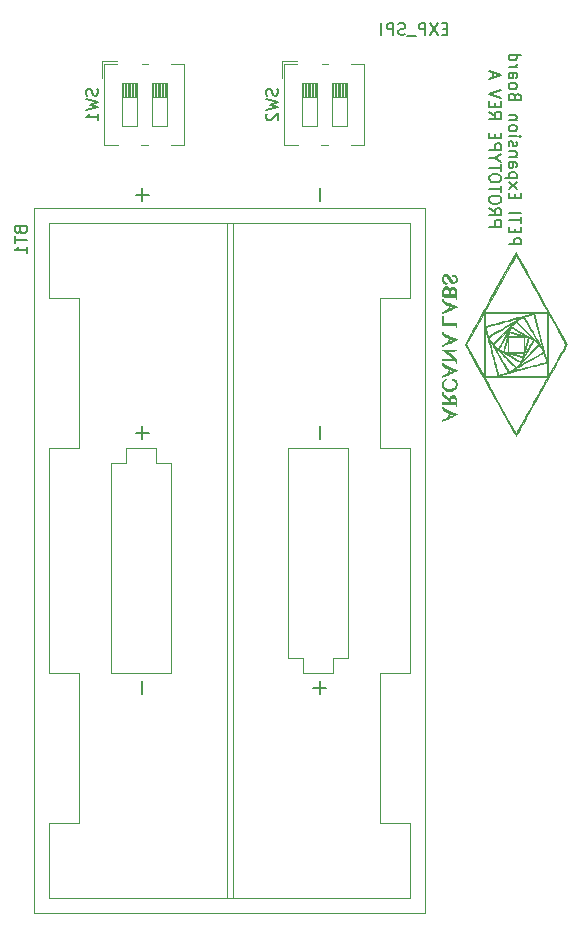
<source format=gbr>
G04 #@! TF.GenerationSoftware,KiCad,Pcbnew,5.1.5+dfsg1-2build2*
G04 #@! TF.CreationDate,2021-11-16T20:06:46-04:00*
G04 #@! TF.ProjectId,prototyping_backplane,70726f74-6f74-4797-9069-6e675f626163,rev?*
G04 #@! TF.SameCoordinates,Original*
G04 #@! TF.FileFunction,Legend,Bot*
G04 #@! TF.FilePolarity,Positive*
%FSLAX46Y46*%
G04 Gerber Fmt 4.6, Leading zero omitted, Abs format (unit mm)*
G04 Created by KiCad (PCBNEW 5.1.5+dfsg1-2build2) date 2021-11-16 20:06:46*
%MOMM*%
%LPD*%
G04 APERTURE LIST*
%ADD10C,0.150000*%
%ADD11C,0.010000*%
%ADD12C,0.120000*%
G04 APERTURE END LIST*
D10*
X203572619Y-70253809D02*
X204572619Y-70253809D01*
X204572619Y-69872857D01*
X204525000Y-69777619D01*
X204477380Y-69730000D01*
X204382142Y-69682380D01*
X204239285Y-69682380D01*
X204144047Y-69730000D01*
X204096428Y-69777619D01*
X204048809Y-69872857D01*
X204048809Y-70253809D01*
X204096428Y-69253809D02*
X204096428Y-68920476D01*
X203572619Y-68777619D02*
X203572619Y-69253809D01*
X204572619Y-69253809D01*
X204572619Y-68777619D01*
X204572619Y-68491904D02*
X204572619Y-67920476D01*
X203572619Y-68206190D02*
X204572619Y-68206190D01*
X203572619Y-67587142D02*
X204572619Y-67587142D01*
X204096428Y-66349047D02*
X204096428Y-66015714D01*
X203572619Y-65872857D02*
X203572619Y-66349047D01*
X204572619Y-66349047D01*
X204572619Y-65872857D01*
X203572619Y-65539523D02*
X204239285Y-65015714D01*
X204239285Y-65539523D02*
X203572619Y-65015714D01*
X204239285Y-64634761D02*
X203239285Y-64634761D01*
X204191666Y-64634761D02*
X204239285Y-64539523D01*
X204239285Y-64349047D01*
X204191666Y-64253809D01*
X204144047Y-64206190D01*
X204048809Y-64158571D01*
X203763095Y-64158571D01*
X203667857Y-64206190D01*
X203620238Y-64253809D01*
X203572619Y-64349047D01*
X203572619Y-64539523D01*
X203620238Y-64634761D01*
X203572619Y-63301428D02*
X204096428Y-63301428D01*
X204191666Y-63349047D01*
X204239285Y-63444285D01*
X204239285Y-63634761D01*
X204191666Y-63730000D01*
X203620238Y-63301428D02*
X203572619Y-63396666D01*
X203572619Y-63634761D01*
X203620238Y-63730000D01*
X203715476Y-63777619D01*
X203810714Y-63777619D01*
X203905952Y-63730000D01*
X203953571Y-63634761D01*
X203953571Y-63396666D01*
X204001190Y-63301428D01*
X204239285Y-62825238D02*
X203572619Y-62825238D01*
X204144047Y-62825238D02*
X204191666Y-62777619D01*
X204239285Y-62682380D01*
X204239285Y-62539523D01*
X204191666Y-62444285D01*
X204096428Y-62396666D01*
X203572619Y-62396666D01*
X203620238Y-61968095D02*
X203572619Y-61872857D01*
X203572619Y-61682380D01*
X203620238Y-61587142D01*
X203715476Y-61539523D01*
X203763095Y-61539523D01*
X203858333Y-61587142D01*
X203905952Y-61682380D01*
X203905952Y-61825238D01*
X203953571Y-61920476D01*
X204048809Y-61968095D01*
X204096428Y-61968095D01*
X204191666Y-61920476D01*
X204239285Y-61825238D01*
X204239285Y-61682380D01*
X204191666Y-61587142D01*
X203572619Y-61110952D02*
X204239285Y-61110952D01*
X204572619Y-61110952D02*
X204525000Y-61158571D01*
X204477380Y-61110952D01*
X204525000Y-61063333D01*
X204572619Y-61110952D01*
X204477380Y-61110952D01*
X203572619Y-60491904D02*
X203620238Y-60587142D01*
X203667857Y-60634761D01*
X203763095Y-60682380D01*
X204048809Y-60682380D01*
X204144047Y-60634761D01*
X204191666Y-60587142D01*
X204239285Y-60491904D01*
X204239285Y-60349047D01*
X204191666Y-60253809D01*
X204144047Y-60206190D01*
X204048809Y-60158571D01*
X203763095Y-60158571D01*
X203667857Y-60206190D01*
X203620238Y-60253809D01*
X203572619Y-60349047D01*
X203572619Y-60491904D01*
X204239285Y-59730000D02*
X203572619Y-59730000D01*
X204144047Y-59730000D02*
X204191666Y-59682380D01*
X204239285Y-59587142D01*
X204239285Y-59444285D01*
X204191666Y-59349047D01*
X204096428Y-59301428D01*
X203572619Y-59301428D01*
X204096428Y-57730000D02*
X204048809Y-57587142D01*
X204001190Y-57539523D01*
X203905952Y-57491904D01*
X203763095Y-57491904D01*
X203667857Y-57539523D01*
X203620238Y-57587142D01*
X203572619Y-57682380D01*
X203572619Y-58063333D01*
X204572619Y-58063333D01*
X204572619Y-57730000D01*
X204525000Y-57634761D01*
X204477380Y-57587142D01*
X204382142Y-57539523D01*
X204286904Y-57539523D01*
X204191666Y-57587142D01*
X204144047Y-57634761D01*
X204096428Y-57730000D01*
X204096428Y-58063333D01*
X203572619Y-56920476D02*
X203620238Y-57015714D01*
X203667857Y-57063333D01*
X203763095Y-57110952D01*
X204048809Y-57110952D01*
X204144047Y-57063333D01*
X204191666Y-57015714D01*
X204239285Y-56920476D01*
X204239285Y-56777619D01*
X204191666Y-56682380D01*
X204144047Y-56634761D01*
X204048809Y-56587142D01*
X203763095Y-56587142D01*
X203667857Y-56634761D01*
X203620238Y-56682380D01*
X203572619Y-56777619D01*
X203572619Y-56920476D01*
X203572619Y-55730000D02*
X204096428Y-55730000D01*
X204191666Y-55777619D01*
X204239285Y-55872857D01*
X204239285Y-56063333D01*
X204191666Y-56158571D01*
X203620238Y-55730000D02*
X203572619Y-55825238D01*
X203572619Y-56063333D01*
X203620238Y-56158571D01*
X203715476Y-56206190D01*
X203810714Y-56206190D01*
X203905952Y-56158571D01*
X203953571Y-56063333D01*
X203953571Y-55825238D01*
X204001190Y-55730000D01*
X203572619Y-55253809D02*
X204239285Y-55253809D01*
X204048809Y-55253809D02*
X204144047Y-55206190D01*
X204191666Y-55158571D01*
X204239285Y-55063333D01*
X204239285Y-54968095D01*
X203572619Y-54206190D02*
X204572619Y-54206190D01*
X203620238Y-54206190D02*
X203572619Y-54301428D01*
X203572619Y-54491904D01*
X203620238Y-54587142D01*
X203667857Y-54634761D01*
X203763095Y-54682380D01*
X204048809Y-54682380D01*
X204144047Y-54634761D01*
X204191666Y-54587142D01*
X204239285Y-54491904D01*
X204239285Y-54301428D01*
X204191666Y-54206190D01*
X201922619Y-68753809D02*
X202922619Y-68753809D01*
X202922619Y-68372857D01*
X202875000Y-68277619D01*
X202827380Y-68230000D01*
X202732142Y-68182380D01*
X202589285Y-68182380D01*
X202494047Y-68230000D01*
X202446428Y-68277619D01*
X202398809Y-68372857D01*
X202398809Y-68753809D01*
X201922619Y-67182380D02*
X202398809Y-67515714D01*
X201922619Y-67753809D02*
X202922619Y-67753809D01*
X202922619Y-67372857D01*
X202875000Y-67277619D01*
X202827380Y-67230000D01*
X202732142Y-67182380D01*
X202589285Y-67182380D01*
X202494047Y-67230000D01*
X202446428Y-67277619D01*
X202398809Y-67372857D01*
X202398809Y-67753809D01*
X202922619Y-66563333D02*
X202922619Y-66372857D01*
X202875000Y-66277619D01*
X202779761Y-66182380D01*
X202589285Y-66134761D01*
X202255952Y-66134761D01*
X202065476Y-66182380D01*
X201970238Y-66277619D01*
X201922619Y-66372857D01*
X201922619Y-66563333D01*
X201970238Y-66658571D01*
X202065476Y-66753809D01*
X202255952Y-66801428D01*
X202589285Y-66801428D01*
X202779761Y-66753809D01*
X202875000Y-66658571D01*
X202922619Y-66563333D01*
X202922619Y-65849047D02*
X202922619Y-65277619D01*
X201922619Y-65563333D02*
X202922619Y-65563333D01*
X202922619Y-64753809D02*
X202922619Y-64563333D01*
X202875000Y-64468095D01*
X202779761Y-64372857D01*
X202589285Y-64325238D01*
X202255952Y-64325238D01*
X202065476Y-64372857D01*
X201970238Y-64468095D01*
X201922619Y-64563333D01*
X201922619Y-64753809D01*
X201970238Y-64849047D01*
X202065476Y-64944285D01*
X202255952Y-64991904D01*
X202589285Y-64991904D01*
X202779761Y-64944285D01*
X202875000Y-64849047D01*
X202922619Y-64753809D01*
X202922619Y-64039523D02*
X202922619Y-63468095D01*
X201922619Y-63753809D02*
X202922619Y-63753809D01*
X202398809Y-62944285D02*
X201922619Y-62944285D01*
X202922619Y-63277619D02*
X202398809Y-62944285D01*
X202922619Y-62610952D01*
X201922619Y-62277619D02*
X202922619Y-62277619D01*
X202922619Y-61896666D01*
X202875000Y-61801428D01*
X202827380Y-61753809D01*
X202732142Y-61706190D01*
X202589285Y-61706190D01*
X202494047Y-61753809D01*
X202446428Y-61801428D01*
X202398809Y-61896666D01*
X202398809Y-62277619D01*
X202446428Y-61277619D02*
X202446428Y-60944285D01*
X201922619Y-60801428D02*
X201922619Y-61277619D01*
X202922619Y-61277619D01*
X202922619Y-60801428D01*
X201922619Y-59039523D02*
X202398809Y-59372857D01*
X201922619Y-59610952D02*
X202922619Y-59610952D01*
X202922619Y-59230000D01*
X202875000Y-59134761D01*
X202827380Y-59087142D01*
X202732142Y-59039523D01*
X202589285Y-59039523D01*
X202494047Y-59087142D01*
X202446428Y-59134761D01*
X202398809Y-59230000D01*
X202398809Y-59610952D01*
X202446428Y-58610952D02*
X202446428Y-58277619D01*
X201922619Y-58134761D02*
X201922619Y-58610952D01*
X202922619Y-58610952D01*
X202922619Y-58134761D01*
X202922619Y-57849047D02*
X201922619Y-57515714D01*
X202922619Y-57182380D01*
X202208333Y-56134761D02*
X202208333Y-55658571D01*
X201922619Y-56230000D02*
X202922619Y-55896666D01*
X201922619Y-55563333D01*
D11*
G36*
X199148528Y-81982440D02*
G01*
X199116304Y-81870254D01*
X199074676Y-81776485D01*
X199028686Y-81716666D01*
X198968693Y-81682741D01*
X198885057Y-81666657D01*
X198871088Y-81665385D01*
X198797633Y-81663636D01*
X198761549Y-81672307D01*
X198764277Y-81689469D01*
X198807258Y-81713194D01*
X198829091Y-81721620D01*
X198944274Y-81783084D01*
X199029025Y-81870796D01*
X199079819Y-81979927D01*
X199093666Y-82084333D01*
X199074680Y-82207264D01*
X199019041Y-82311172D01*
X198928725Y-82394349D01*
X198805712Y-82455085D01*
X198651978Y-82491671D01*
X198617416Y-82495972D01*
X198452447Y-82498245D01*
X198307343Y-82469266D01*
X198185661Y-82411253D01*
X198090958Y-82326425D01*
X198026789Y-82216999D01*
X197999459Y-82110545D01*
X198001648Y-81988735D01*
X198043321Y-81875997D01*
X198125828Y-81768832D01*
X198134585Y-81760048D01*
X198183222Y-81708815D01*
X198214637Y-81669250D01*
X198222027Y-81650138D01*
X198197609Y-81652798D01*
X198154485Y-81679838D01*
X198101490Y-81723490D01*
X198047458Y-81775982D01*
X198001225Y-81829545D01*
X197977095Y-81865542D01*
X197937356Y-81971241D01*
X197918517Y-82097164D01*
X197922175Y-82225863D01*
X197937181Y-82302064D01*
X197994503Y-82430751D01*
X198088902Y-82540001D01*
X198205193Y-82621851D01*
X198263578Y-82653052D01*
X198313549Y-82672447D01*
X198368463Y-82682801D01*
X198441675Y-82686879D01*
X198522166Y-82687481D01*
X198622336Y-82686002D01*
X198693520Y-82680057D01*
X198749016Y-82667206D01*
X198802123Y-82645009D01*
X198829083Y-82631163D01*
X198964933Y-82537433D01*
X199066508Y-82421177D01*
X199132103Y-82286915D01*
X199160011Y-82139163D01*
X199148528Y-81982440D01*
G37*
X199148528Y-81982440D02*
X199116304Y-81870254D01*
X199074676Y-81776485D01*
X199028686Y-81716666D01*
X198968693Y-81682741D01*
X198885057Y-81666657D01*
X198871088Y-81665385D01*
X198797633Y-81663636D01*
X198761549Y-81672307D01*
X198764277Y-81689469D01*
X198807258Y-81713194D01*
X198829091Y-81721620D01*
X198944274Y-81783084D01*
X199029025Y-81870796D01*
X199079819Y-81979927D01*
X199093666Y-82084333D01*
X199074680Y-82207264D01*
X199019041Y-82311172D01*
X198928725Y-82394349D01*
X198805712Y-82455085D01*
X198651978Y-82491671D01*
X198617416Y-82495972D01*
X198452447Y-82498245D01*
X198307343Y-82469266D01*
X198185661Y-82411253D01*
X198090958Y-82326425D01*
X198026789Y-82216999D01*
X197999459Y-82110545D01*
X198001648Y-81988735D01*
X198043321Y-81875997D01*
X198125828Y-81768832D01*
X198134585Y-81760048D01*
X198183222Y-81708815D01*
X198214637Y-81669250D01*
X198222027Y-81650138D01*
X198197609Y-81652798D01*
X198154485Y-81679838D01*
X198101490Y-81723490D01*
X198047458Y-81775982D01*
X198001225Y-81829545D01*
X197977095Y-81865542D01*
X197937356Y-81971241D01*
X197918517Y-82097164D01*
X197922175Y-82225863D01*
X197937181Y-82302064D01*
X197994503Y-82430751D01*
X198088902Y-82540001D01*
X198205193Y-82621851D01*
X198263578Y-82653052D01*
X198313549Y-82672447D01*
X198368463Y-82682801D01*
X198441675Y-82686879D01*
X198522166Y-82687481D01*
X198622336Y-82686002D01*
X198693520Y-82680057D01*
X198749016Y-82667206D01*
X198802123Y-82645009D01*
X198829083Y-82631163D01*
X198964933Y-82537433D01*
X199066508Y-82421177D01*
X199132103Y-82286915D01*
X199160011Y-82139163D01*
X199148528Y-81982440D01*
G36*
X199135074Y-73064663D02*
G01*
X199086439Y-72955508D01*
X199046633Y-72903580D01*
X199014260Y-72876565D01*
X198972904Y-72861935D01*
X198909381Y-72856241D01*
X198863494Y-72855666D01*
X198786452Y-72858642D01*
X198751269Y-72867720D01*
X198757879Y-72883126D01*
X198806219Y-72905086D01*
X198845496Y-72918428D01*
X198951645Y-72970049D01*
X199030208Y-73045416D01*
X199073287Y-73133756D01*
X199083056Y-73227898D01*
X199063878Y-73312659D01*
X199020540Y-73379400D01*
X198957829Y-73419486D01*
X198910664Y-73427166D01*
X198856042Y-73412395D01*
X198797089Y-73366275D01*
X198731312Y-73286099D01*
X198656216Y-73169160D01*
X198628000Y-73120336D01*
X198541627Y-72979904D01*
X198461461Y-72878003D01*
X198383492Y-72812081D01*
X198303713Y-72779587D01*
X198218114Y-72777968D01*
X198128522Y-72802412D01*
X198036125Y-72859026D01*
X197967131Y-72944984D01*
X197924298Y-73052673D01*
X197910380Y-73174479D01*
X197928135Y-73302789D01*
X197936823Y-73331916D01*
X197975454Y-73436808D01*
X198014486Y-73506795D01*
X198061781Y-73548646D01*
X198125200Y-73569127D01*
X198212606Y-73575006D01*
X198219292Y-73575044D01*
X198279456Y-73569624D01*
X198316756Y-73555886D01*
X198324878Y-73538296D01*
X198297506Y-73521318D01*
X198295966Y-73520832D01*
X198165834Y-73468600D01*
X198073968Y-73402780D01*
X198017646Y-73320380D01*
X197994148Y-73218405D01*
X197993079Y-73187650D01*
X198005921Y-73076634D01*
X198044074Y-72997938D01*
X198106681Y-72952736D01*
X198172916Y-72941477D01*
X198222286Y-72947818D01*
X198267685Y-72970750D01*
X198314708Y-73015629D01*
X198368947Y-73087810D01*
X198435997Y-73192649D01*
X198437028Y-73194333D01*
X198490952Y-73280709D01*
X198543288Y-73361587D01*
X198585955Y-73424599D01*
X198600947Y-73445287D01*
X198682376Y-73522231D01*
X198777391Y-73563766D01*
X198877514Y-73570406D01*
X198974272Y-73542667D01*
X199059189Y-73481066D01*
X199109193Y-73414380D01*
X199148075Y-73307355D01*
X199156161Y-73186365D01*
X199135074Y-73064663D01*
G37*
X199135074Y-73064663D02*
X199086439Y-72955508D01*
X199046633Y-72903580D01*
X199014260Y-72876565D01*
X198972904Y-72861935D01*
X198909381Y-72856241D01*
X198863494Y-72855666D01*
X198786452Y-72858642D01*
X198751269Y-72867720D01*
X198757879Y-72883126D01*
X198806219Y-72905086D01*
X198845496Y-72918428D01*
X198951645Y-72970049D01*
X199030208Y-73045416D01*
X199073287Y-73133756D01*
X199083056Y-73227898D01*
X199063878Y-73312659D01*
X199020540Y-73379400D01*
X198957829Y-73419486D01*
X198910664Y-73427166D01*
X198856042Y-73412395D01*
X198797089Y-73366275D01*
X198731312Y-73286099D01*
X198656216Y-73169160D01*
X198628000Y-73120336D01*
X198541627Y-72979904D01*
X198461461Y-72878003D01*
X198383492Y-72812081D01*
X198303713Y-72779587D01*
X198218114Y-72777968D01*
X198128522Y-72802412D01*
X198036125Y-72859026D01*
X197967131Y-72944984D01*
X197924298Y-73052673D01*
X197910380Y-73174479D01*
X197928135Y-73302789D01*
X197936823Y-73331916D01*
X197975454Y-73436808D01*
X198014486Y-73506795D01*
X198061781Y-73548646D01*
X198125200Y-73569127D01*
X198212606Y-73575006D01*
X198219292Y-73575044D01*
X198279456Y-73569624D01*
X198316756Y-73555886D01*
X198324878Y-73538296D01*
X198297506Y-73521318D01*
X198295966Y-73520832D01*
X198165834Y-73468600D01*
X198073968Y-73402780D01*
X198017646Y-73320380D01*
X197994148Y-73218405D01*
X197993079Y-73187650D01*
X198005921Y-73076634D01*
X198044074Y-72997938D01*
X198106681Y-72952736D01*
X198172916Y-72941477D01*
X198222286Y-72947818D01*
X198267685Y-72970750D01*
X198314708Y-73015629D01*
X198368947Y-73087810D01*
X198435997Y-73192649D01*
X198437028Y-73194333D01*
X198490952Y-73280709D01*
X198543288Y-73361587D01*
X198585955Y-73424599D01*
X198600947Y-73445287D01*
X198682376Y-73522231D01*
X198777391Y-73563766D01*
X198877514Y-73570406D01*
X198974272Y-73542667D01*
X199059189Y-73481066D01*
X199109193Y-73414380D01*
X199148075Y-73307355D01*
X199156161Y-73186365D01*
X199135074Y-73064663D01*
G36*
X199130590Y-84625010D02*
G01*
X199075888Y-84597605D01*
X198992839Y-84559307D01*
X198886899Y-84512586D01*
X198763525Y-84459915D01*
X198669020Y-84420543D01*
X198492169Y-84347339D01*
X198350463Y-84287840D01*
X198239788Y-84239916D01*
X198156028Y-84201436D01*
X198095071Y-84170270D01*
X198052799Y-84144286D01*
X198025100Y-84121355D01*
X198007859Y-84099346D01*
X197996960Y-84076128D01*
X197995383Y-84071739D01*
X197970652Y-84024042D01*
X197947221Y-84013287D01*
X197932151Y-84039802D01*
X197929965Y-84068708D01*
X197943556Y-84144486D01*
X197977542Y-84227023D01*
X198023340Y-84299093D01*
X198064608Y-84338908D01*
X198102720Y-84359341D01*
X198171649Y-84392007D01*
X198263035Y-84433104D01*
X198368517Y-84478827D01*
X198420924Y-84500976D01*
X198532101Y-84547609D01*
X198635225Y-84590943D01*
X198721300Y-84627190D01*
X198781330Y-84652567D01*
X198797333Y-84659381D01*
X198871416Y-84691094D01*
X198740011Y-84751256D01*
X198645604Y-84794252D01*
X198583334Y-84819454D01*
X198546528Y-84825971D01*
X198528514Y-84812917D01*
X198522617Y-84779403D01*
X198522166Y-84724540D01*
X198522166Y-84722259D01*
X198518608Y-84655553D01*
X198509448Y-84607550D01*
X198501000Y-84592583D01*
X198484443Y-84599177D01*
X198479833Y-84623927D01*
X198460967Y-84707251D01*
X198409255Y-84795819D01*
X198332030Y-84881541D01*
X198236625Y-84956323D01*
X198130372Y-85012074D01*
X198126895Y-85013445D01*
X198024765Y-85057518D01*
X197960899Y-85095678D01*
X197932004Y-85130094D01*
X197929500Y-85143404D01*
X197937568Y-85171303D01*
X197944165Y-85174666D01*
X197972503Y-85166490D01*
X198032331Y-85143637D01*
X198117983Y-85108620D01*
X198223794Y-85063953D01*
X198344099Y-85012148D01*
X198473233Y-84955720D01*
X198605530Y-84897182D01*
X198735326Y-84839046D01*
X198856954Y-84783826D01*
X198964750Y-84734037D01*
X199053048Y-84692190D01*
X199116184Y-84660799D01*
X199148491Y-84642377D01*
X199151489Y-84639051D01*
X199130590Y-84625010D01*
G37*
X199130590Y-84625010D02*
X199075888Y-84597605D01*
X198992839Y-84559307D01*
X198886899Y-84512586D01*
X198763525Y-84459915D01*
X198669020Y-84420543D01*
X198492169Y-84347339D01*
X198350463Y-84287840D01*
X198239788Y-84239916D01*
X198156028Y-84201436D01*
X198095071Y-84170270D01*
X198052799Y-84144286D01*
X198025100Y-84121355D01*
X198007859Y-84099346D01*
X197996960Y-84076128D01*
X197995383Y-84071739D01*
X197970652Y-84024042D01*
X197947221Y-84013287D01*
X197932151Y-84039802D01*
X197929965Y-84068708D01*
X197943556Y-84144486D01*
X197977542Y-84227023D01*
X198023340Y-84299093D01*
X198064608Y-84338908D01*
X198102720Y-84359341D01*
X198171649Y-84392007D01*
X198263035Y-84433104D01*
X198368517Y-84478827D01*
X198420924Y-84500976D01*
X198532101Y-84547609D01*
X198635225Y-84590943D01*
X198721300Y-84627190D01*
X198781330Y-84652567D01*
X198797333Y-84659381D01*
X198871416Y-84691094D01*
X198740011Y-84751256D01*
X198645604Y-84794252D01*
X198583334Y-84819454D01*
X198546528Y-84825971D01*
X198528514Y-84812917D01*
X198522617Y-84779403D01*
X198522166Y-84724540D01*
X198522166Y-84722259D01*
X198518608Y-84655553D01*
X198509448Y-84607550D01*
X198501000Y-84592583D01*
X198484443Y-84599177D01*
X198479833Y-84623927D01*
X198460967Y-84707251D01*
X198409255Y-84795819D01*
X198332030Y-84881541D01*
X198236625Y-84956323D01*
X198130372Y-85012074D01*
X198126895Y-85013445D01*
X198024765Y-85057518D01*
X197960899Y-85095678D01*
X197932004Y-85130094D01*
X197929500Y-85143404D01*
X197937568Y-85171303D01*
X197944165Y-85174666D01*
X197972503Y-85166490D01*
X198032331Y-85143637D01*
X198117983Y-85108620D01*
X198223794Y-85063953D01*
X198344099Y-85012148D01*
X198473233Y-84955720D01*
X198605530Y-84897182D01*
X198735326Y-84839046D01*
X198856954Y-84783826D01*
X198964750Y-84734037D01*
X199053048Y-84692190D01*
X199116184Y-84660799D01*
X199148491Y-84642377D01*
X199151489Y-84639051D01*
X199130590Y-84625010D01*
G36*
X199134160Y-83486950D02*
G01*
X199130609Y-83389126D01*
X199125166Y-83307562D01*
X199117845Y-83250622D01*
X199113487Y-83234003D01*
X199060848Y-83144182D01*
X198983865Y-83074792D01*
X198892955Y-83032206D01*
X198798535Y-83022798D01*
X198774521Y-83026611D01*
X198701968Y-83057442D01*
X198631656Y-83111294D01*
X198577160Y-83175775D01*
X198553722Y-83228220D01*
X198537780Y-83272296D01*
X198518638Y-83290832D01*
X198518487Y-83290833D01*
X198492761Y-83278962D01*
X198441556Y-83247195D01*
X198373061Y-83201304D01*
X198295465Y-83147057D01*
X198216954Y-83090225D01*
X198145717Y-83036579D01*
X198089942Y-82991889D01*
X198072037Y-82976208D01*
X198026526Y-82918148D01*
X197993693Y-82848342D01*
X197991674Y-82841411D01*
X197973626Y-82793606D01*
X197954910Y-82772170D01*
X197949679Y-82772860D01*
X197938623Y-82799720D01*
X197931960Y-82854774D01*
X197930059Y-82924071D01*
X197933291Y-82993665D01*
X197942026Y-83049607D01*
X197942306Y-83050664D01*
X197964482Y-83080676D01*
X198017651Y-83129758D01*
X198097219Y-83194048D01*
X198198594Y-83269686D01*
X198227767Y-83290599D01*
X198331902Y-83365433D01*
X198405974Y-83421146D01*
X198454950Y-83462382D01*
X198483801Y-83493786D01*
X198497494Y-83520004D01*
X198500999Y-83545681D01*
X198501000Y-83546029D01*
X198501000Y-83607104D01*
X198220541Y-83613010D01*
X197940083Y-83618916D01*
X197933514Y-83698291D01*
X197926944Y-83777666D01*
X198469364Y-83777666D01*
X198645274Y-83778539D01*
X198794522Y-83781065D01*
X198913483Y-83785109D01*
X198998532Y-83790534D01*
X199046045Y-83797205D01*
X199049415Y-83798402D01*
X199049415Y-83608333D01*
X198564500Y-83608333D01*
X198564500Y-83533570D01*
X198573335Y-83458962D01*
X198593685Y-83388957D01*
X198650631Y-83300850D01*
X198731623Y-83245826D01*
X198829083Y-83227333D01*
X198923738Y-83246083D01*
X198998760Y-83297606D01*
X199048771Y-83374816D01*
X199068392Y-83470626D01*
X199063054Y-83535629D01*
X199049415Y-83608333D01*
X199049415Y-83798402D01*
X199052725Y-83799578D01*
X199086678Y-83840603D01*
X199093666Y-83884245D01*
X199099865Y-83928507D01*
X199114773Y-83947000D01*
X199114833Y-83947000D01*
X199122971Y-83927251D01*
X199129120Y-83873580D01*
X199133299Y-83794350D01*
X199135521Y-83697926D01*
X199135803Y-83592672D01*
X199134160Y-83486950D01*
G37*
X199134160Y-83486950D02*
X199130609Y-83389126D01*
X199125166Y-83307562D01*
X199117845Y-83250622D01*
X199113487Y-83234003D01*
X199060848Y-83144182D01*
X198983865Y-83074792D01*
X198892955Y-83032206D01*
X198798535Y-83022798D01*
X198774521Y-83026611D01*
X198701968Y-83057442D01*
X198631656Y-83111294D01*
X198577160Y-83175775D01*
X198553722Y-83228220D01*
X198537780Y-83272296D01*
X198518638Y-83290832D01*
X198518487Y-83290833D01*
X198492761Y-83278962D01*
X198441556Y-83247195D01*
X198373061Y-83201304D01*
X198295465Y-83147057D01*
X198216954Y-83090225D01*
X198145717Y-83036579D01*
X198089942Y-82991889D01*
X198072037Y-82976208D01*
X198026526Y-82918148D01*
X197993693Y-82848342D01*
X197991674Y-82841411D01*
X197973626Y-82793606D01*
X197954910Y-82772170D01*
X197949679Y-82772860D01*
X197938623Y-82799720D01*
X197931960Y-82854774D01*
X197930059Y-82924071D01*
X197933291Y-82993665D01*
X197942026Y-83049607D01*
X197942306Y-83050664D01*
X197964482Y-83080676D01*
X198017651Y-83129758D01*
X198097219Y-83194048D01*
X198198594Y-83269686D01*
X198227767Y-83290599D01*
X198331902Y-83365433D01*
X198405974Y-83421146D01*
X198454950Y-83462382D01*
X198483801Y-83493786D01*
X198497494Y-83520004D01*
X198500999Y-83545681D01*
X198501000Y-83546029D01*
X198501000Y-83607104D01*
X198220541Y-83613010D01*
X197940083Y-83618916D01*
X197933514Y-83698291D01*
X197926944Y-83777666D01*
X198469364Y-83777666D01*
X198645274Y-83778539D01*
X198794522Y-83781065D01*
X198913483Y-83785109D01*
X198998532Y-83790534D01*
X199046045Y-83797205D01*
X199049415Y-83798402D01*
X199049415Y-83608333D01*
X198564500Y-83608333D01*
X198564500Y-83533570D01*
X198573335Y-83458962D01*
X198593685Y-83388957D01*
X198650631Y-83300850D01*
X198731623Y-83245826D01*
X198829083Y-83227333D01*
X198923738Y-83246083D01*
X198998760Y-83297606D01*
X199048771Y-83374816D01*
X199068392Y-83470626D01*
X199063054Y-83535629D01*
X199049415Y-83608333D01*
X199049415Y-83798402D01*
X199052725Y-83799578D01*
X199086678Y-83840603D01*
X199093666Y-83884245D01*
X199099865Y-83928507D01*
X199114773Y-83947000D01*
X199114833Y-83947000D01*
X199122971Y-83927251D01*
X199129120Y-83873580D01*
X199133299Y-83794350D01*
X199135521Y-83697926D01*
X199135803Y-83592672D01*
X199134160Y-83486950D01*
G36*
X199127834Y-80907788D02*
G01*
X199075066Y-80879665D01*
X198993493Y-80840520D01*
X198888332Y-80792791D01*
X198764800Y-80738915D01*
X198649166Y-80690073D01*
X198475221Y-80617509D01*
X198336252Y-80558952D01*
X198228105Y-80512244D01*
X198146632Y-80475231D01*
X198087680Y-80445754D01*
X198047097Y-80421657D01*
X198020734Y-80400785D01*
X198004439Y-80380980D01*
X197994059Y-80360086D01*
X197989355Y-80347309D01*
X197965292Y-80296676D01*
X197945596Y-80285712D01*
X197934379Y-80311754D01*
X197935752Y-80372138D01*
X197936918Y-80381270D01*
X197948884Y-80447653D01*
X197967894Y-80503035D01*
X197998679Y-80551108D01*
X198045968Y-80595562D01*
X198114494Y-80640090D01*
X198208987Y-80688381D01*
X198334178Y-80744129D01*
X198479833Y-80804887D01*
X198593400Y-80851888D01*
X198693395Y-80894007D01*
X198773201Y-80928399D01*
X198826201Y-80952217D01*
X198845400Y-80962158D01*
X198834964Y-80976268D01*
X198793277Y-81002294D01*
X198728089Y-81035682D01*
X198691942Y-81052437D01*
X198522166Y-81128789D01*
X198522166Y-81004560D01*
X198518465Y-80928141D01*
X198508952Y-80882036D01*
X198496019Y-80869406D01*
X198482054Y-80893413D01*
X198472170Y-80938424D01*
X198436215Y-81035733D01*
X198362184Y-81130842D01*
X198254288Y-81219565D01*
X198116738Y-81297720D01*
X198104961Y-81303215D01*
X198014480Y-81348422D01*
X197954664Y-81386188D01*
X197929916Y-81413665D01*
X197929500Y-81416614D01*
X197939055Y-81445421D01*
X197947622Y-81449333D01*
X197976515Y-81441180D01*
X198037005Y-81418401D01*
X198123347Y-81383523D01*
X198229799Y-81339070D01*
X198350614Y-81287565D01*
X198480049Y-81231532D01*
X198612360Y-81173498D01*
X198741802Y-81115984D01*
X198862630Y-81061517D01*
X198969100Y-81012621D01*
X199055469Y-80971819D01*
X199115991Y-80941636D01*
X199144922Y-80924596D01*
X199146583Y-80922454D01*
X199127834Y-80907788D01*
G37*
X199127834Y-80907788D02*
X199075066Y-80879665D01*
X198993493Y-80840520D01*
X198888332Y-80792791D01*
X198764800Y-80738915D01*
X198649166Y-80690073D01*
X198475221Y-80617509D01*
X198336252Y-80558952D01*
X198228105Y-80512244D01*
X198146632Y-80475231D01*
X198087680Y-80445754D01*
X198047097Y-80421657D01*
X198020734Y-80400785D01*
X198004439Y-80380980D01*
X197994059Y-80360086D01*
X197989355Y-80347309D01*
X197965292Y-80296676D01*
X197945596Y-80285712D01*
X197934379Y-80311754D01*
X197935752Y-80372138D01*
X197936918Y-80381270D01*
X197948884Y-80447653D01*
X197967894Y-80503035D01*
X197998679Y-80551108D01*
X198045968Y-80595562D01*
X198114494Y-80640090D01*
X198208987Y-80688381D01*
X198334178Y-80744129D01*
X198479833Y-80804887D01*
X198593400Y-80851888D01*
X198693395Y-80894007D01*
X198773201Y-80928399D01*
X198826201Y-80952217D01*
X198845400Y-80962158D01*
X198834964Y-80976268D01*
X198793277Y-81002294D01*
X198728089Y-81035682D01*
X198691942Y-81052437D01*
X198522166Y-81128789D01*
X198522166Y-81004560D01*
X198518465Y-80928141D01*
X198508952Y-80882036D01*
X198496019Y-80869406D01*
X198482054Y-80893413D01*
X198472170Y-80938424D01*
X198436215Y-81035733D01*
X198362184Y-81130842D01*
X198254288Y-81219565D01*
X198116738Y-81297720D01*
X198104961Y-81303215D01*
X198014480Y-81348422D01*
X197954664Y-81386188D01*
X197929916Y-81413665D01*
X197929500Y-81416614D01*
X197939055Y-81445421D01*
X197947622Y-81449333D01*
X197976515Y-81441180D01*
X198037005Y-81418401D01*
X198123347Y-81383523D01*
X198229799Y-81339070D01*
X198350614Y-81287565D01*
X198480049Y-81231532D01*
X198612360Y-81173498D01*
X198741802Y-81115984D01*
X198862630Y-81061517D01*
X198969100Y-81012621D01*
X199055469Y-80971819D01*
X199115991Y-80941636D01*
X199144922Y-80924596D01*
X199146583Y-80922454D01*
X199127834Y-80907788D01*
G36*
X199136576Y-80151394D02*
G01*
X199129806Y-80078652D01*
X199117111Y-80011398D01*
X199099140Y-79961372D01*
X199096660Y-79957083D01*
X199069339Y-79926007D01*
X199013967Y-79873308D01*
X198935745Y-79803561D01*
X198839874Y-79721345D01*
X198731554Y-79631235D01*
X198663740Y-79576083D01*
X198270002Y-79258583D01*
X198703001Y-79252862D01*
X198848695Y-79250760D01*
X198957446Y-79248444D01*
X199034641Y-79245322D01*
X199085670Y-79240801D01*
X199115920Y-79234289D01*
X199130780Y-79225192D01*
X199135638Y-79212918D01*
X199136000Y-79205237D01*
X199134638Y-79193054D01*
X199127504Y-79183494D01*
X199110026Y-79176239D01*
X199077630Y-79170972D01*
X199025743Y-79167374D01*
X198949793Y-79165130D01*
X198845207Y-79163920D01*
X198707412Y-79163427D01*
X198532750Y-79163333D01*
X198368065Y-79163984D01*
X198223013Y-79165839D01*
X198102113Y-79168754D01*
X198009883Y-79172587D01*
X197950843Y-79177192D01*
X197929511Y-79182426D01*
X197929500Y-79182553D01*
X197945312Y-79200353D01*
X197989973Y-79241102D01*
X198059321Y-79301249D01*
X198149191Y-79377240D01*
X198255422Y-79465523D01*
X198373851Y-79562547D01*
X198394617Y-79579428D01*
X198859734Y-79957083D01*
X198401649Y-79967666D01*
X198239883Y-79972076D01*
X198116576Y-79977277D01*
X198027853Y-79983861D01*
X197969841Y-79992422D01*
X197938664Y-80003551D01*
X197930449Y-80017842D01*
X197941321Y-80035886D01*
X197943170Y-80037781D01*
X197967573Y-80041857D01*
X198028288Y-80045492D01*
X198119298Y-80048518D01*
X198234582Y-80050768D01*
X198368120Y-80052072D01*
X198463822Y-80052333D01*
X198969923Y-80052333D01*
X199031795Y-80114205D01*
X199075339Y-80172113D01*
X199093593Y-80227589D01*
X199093666Y-80230622D01*
X199100715Y-80271173D01*
X199114833Y-80285166D01*
X199129740Y-80266390D01*
X199136771Y-80217886D01*
X199136576Y-80151394D01*
G37*
X199136576Y-80151394D02*
X199129806Y-80078652D01*
X199117111Y-80011398D01*
X199099140Y-79961372D01*
X199096660Y-79957083D01*
X199069339Y-79926007D01*
X199013967Y-79873308D01*
X198935745Y-79803561D01*
X198839874Y-79721345D01*
X198731554Y-79631235D01*
X198663740Y-79576083D01*
X198270002Y-79258583D01*
X198703001Y-79252862D01*
X198848695Y-79250760D01*
X198957446Y-79248444D01*
X199034641Y-79245322D01*
X199085670Y-79240801D01*
X199115920Y-79234289D01*
X199130780Y-79225192D01*
X199135638Y-79212918D01*
X199136000Y-79205237D01*
X199134638Y-79193054D01*
X199127504Y-79183494D01*
X199110026Y-79176239D01*
X199077630Y-79170972D01*
X199025743Y-79167374D01*
X198949793Y-79165130D01*
X198845207Y-79163920D01*
X198707412Y-79163427D01*
X198532750Y-79163333D01*
X198368065Y-79163984D01*
X198223013Y-79165839D01*
X198102113Y-79168754D01*
X198009883Y-79172587D01*
X197950843Y-79177192D01*
X197929511Y-79182426D01*
X197929500Y-79182553D01*
X197945312Y-79200353D01*
X197989973Y-79241102D01*
X198059321Y-79301249D01*
X198149191Y-79377240D01*
X198255422Y-79465523D01*
X198373851Y-79562547D01*
X198394617Y-79579428D01*
X198859734Y-79957083D01*
X198401649Y-79967666D01*
X198239883Y-79972076D01*
X198116576Y-79977277D01*
X198027853Y-79983861D01*
X197969841Y-79992422D01*
X197938664Y-80003551D01*
X197930449Y-80017842D01*
X197941321Y-80035886D01*
X197943170Y-80037781D01*
X197967573Y-80041857D01*
X198028288Y-80045492D01*
X198119298Y-80048518D01*
X198234582Y-80050768D01*
X198368120Y-80052072D01*
X198463822Y-80052333D01*
X198969923Y-80052333D01*
X199031795Y-80114205D01*
X199075339Y-80172113D01*
X199093593Y-80227589D01*
X199093666Y-80230622D01*
X199100715Y-80271173D01*
X199114833Y-80285166D01*
X199129740Y-80266390D01*
X199136771Y-80217886D01*
X199136576Y-80151394D01*
G36*
X199129951Y-78294104D02*
G01*
X199075121Y-78266409D01*
X198991409Y-78227298D01*
X198883950Y-78179115D01*
X198757877Y-78124204D01*
X198618326Y-78064905D01*
X198613186Y-78062748D01*
X198471420Y-78002715D01*
X198341237Y-77946532D01*
X198228146Y-77896662D01*
X198137656Y-77855565D01*
X198075275Y-77825704D01*
X198046512Y-77809539D01*
X198046510Y-77809536D01*
X198009041Y-77764318D01*
X197991319Y-77730161D01*
X197969392Y-77692995D01*
X197951190Y-77681666D01*
X197933698Y-77699452D01*
X197931316Y-77745658D01*
X197943041Y-77809560D01*
X197967865Y-77880433D01*
X197970353Y-77886010D01*
X197991758Y-77926184D01*
X198019918Y-77961886D01*
X198059862Y-77996070D01*
X198116620Y-78031691D01*
X198195223Y-78071706D01*
X198300700Y-78119070D01*
X198438080Y-78176737D01*
X198527055Y-78213101D01*
X198636539Y-78258178D01*
X198730923Y-78298151D01*
X198803802Y-78330217D01*
X198848774Y-78351573D01*
X198860361Y-78359000D01*
X198840955Y-78372569D01*
X198782252Y-78400675D01*
X198684122Y-78443378D01*
X198546434Y-78500735D01*
X198539361Y-78503639D01*
X198530015Y-78488566D01*
X198523771Y-78442279D01*
X198522166Y-78393763D01*
X198518618Y-78326959D01*
X198509481Y-78278846D01*
X198501000Y-78263750D01*
X198484443Y-78270344D01*
X198479833Y-78295094D01*
X198464974Y-78361486D01*
X198425954Y-78440403D01*
X198371106Y-78517239D01*
X198327333Y-78562339D01*
X198273703Y-78600574D01*
X198195853Y-78645507D01*
X198109009Y-78688477D01*
X198093253Y-78695485D01*
X197996831Y-78742613D01*
X197941957Y-78781809D01*
X197928599Y-78813102D01*
X197945375Y-78831162D01*
X197969535Y-78826343D01*
X198025980Y-78806609D01*
X198109007Y-78774434D01*
X198212912Y-78732293D01*
X198331991Y-78682662D01*
X198460540Y-78628016D01*
X198592855Y-78570831D01*
X198723233Y-78513582D01*
X198845970Y-78458744D01*
X198955362Y-78408793D01*
X199045706Y-78366203D01*
X199111297Y-78333451D01*
X199146432Y-78313012D01*
X199150764Y-78308041D01*
X199129951Y-78294104D01*
G37*
X199129951Y-78294104D02*
X199075121Y-78266409D01*
X198991409Y-78227298D01*
X198883950Y-78179115D01*
X198757877Y-78124204D01*
X198618326Y-78064905D01*
X198613186Y-78062748D01*
X198471420Y-78002715D01*
X198341237Y-77946532D01*
X198228146Y-77896662D01*
X198137656Y-77855565D01*
X198075275Y-77825704D01*
X198046512Y-77809539D01*
X198046510Y-77809536D01*
X198009041Y-77764318D01*
X197991319Y-77730161D01*
X197969392Y-77692995D01*
X197951190Y-77681666D01*
X197933698Y-77699452D01*
X197931316Y-77745658D01*
X197943041Y-77809560D01*
X197967865Y-77880433D01*
X197970353Y-77886010D01*
X197991758Y-77926184D01*
X198019918Y-77961886D01*
X198059862Y-77996070D01*
X198116620Y-78031691D01*
X198195223Y-78071706D01*
X198300700Y-78119070D01*
X198438080Y-78176737D01*
X198527055Y-78213101D01*
X198636539Y-78258178D01*
X198730923Y-78298151D01*
X198803802Y-78330217D01*
X198848774Y-78351573D01*
X198860361Y-78359000D01*
X198840955Y-78372569D01*
X198782252Y-78400675D01*
X198684122Y-78443378D01*
X198546434Y-78500735D01*
X198539361Y-78503639D01*
X198530015Y-78488566D01*
X198523771Y-78442279D01*
X198522166Y-78393763D01*
X198518618Y-78326959D01*
X198509481Y-78278846D01*
X198501000Y-78263750D01*
X198484443Y-78270344D01*
X198479833Y-78295094D01*
X198464974Y-78361486D01*
X198425954Y-78440403D01*
X198371106Y-78517239D01*
X198327333Y-78562339D01*
X198273703Y-78600574D01*
X198195853Y-78645507D01*
X198109009Y-78688477D01*
X198093253Y-78695485D01*
X197996831Y-78742613D01*
X197941957Y-78781809D01*
X197928599Y-78813102D01*
X197945375Y-78831162D01*
X197969535Y-78826343D01*
X198025980Y-78806609D01*
X198109007Y-78774434D01*
X198212912Y-78732293D01*
X198331991Y-78682662D01*
X198460540Y-78628016D01*
X198592855Y-78570831D01*
X198723233Y-78513582D01*
X198845970Y-78458744D01*
X198955362Y-78408793D01*
X199045706Y-78366203D01*
X199111297Y-78333451D01*
X199146432Y-78313012D01*
X199150764Y-78308041D01*
X199129951Y-78294104D01*
G36*
X199127834Y-75531455D02*
G01*
X199075066Y-75503331D01*
X198993493Y-75464187D01*
X198888332Y-75416458D01*
X198764800Y-75362582D01*
X198649166Y-75313740D01*
X198475221Y-75241176D01*
X198336252Y-75182619D01*
X198228105Y-75135911D01*
X198146632Y-75098897D01*
X198087680Y-75069420D01*
X198047097Y-75045324D01*
X198020734Y-75024451D01*
X198004439Y-75004647D01*
X197994059Y-74983753D01*
X197989355Y-74970975D01*
X197965292Y-74920343D01*
X197945596Y-74909379D01*
X197934379Y-74935420D01*
X197935752Y-74995804D01*
X197936918Y-75004937D01*
X197948884Y-75071320D01*
X197967894Y-75126702D01*
X197998679Y-75174775D01*
X198045968Y-75219229D01*
X198114494Y-75263756D01*
X198208987Y-75312048D01*
X198334178Y-75367795D01*
X198479833Y-75428554D01*
X198593400Y-75475554D01*
X198693395Y-75517674D01*
X198773201Y-75552066D01*
X198826201Y-75575884D01*
X198845400Y-75585825D01*
X198834964Y-75599934D01*
X198793277Y-75625961D01*
X198728089Y-75659348D01*
X198691942Y-75676103D01*
X198522166Y-75752456D01*
X198522166Y-75628227D01*
X198518465Y-75551808D01*
X198508952Y-75505703D01*
X198496019Y-75493073D01*
X198482054Y-75517079D01*
X198472170Y-75562090D01*
X198436215Y-75659400D01*
X198362184Y-75754508D01*
X198254288Y-75843232D01*
X198116738Y-75921387D01*
X198104961Y-75926882D01*
X198014480Y-75972089D01*
X197954664Y-76009854D01*
X197929916Y-76037331D01*
X197929500Y-76040281D01*
X197939055Y-76069088D01*
X197947622Y-76073000D01*
X197976515Y-76064846D01*
X198037005Y-76042068D01*
X198123347Y-76007190D01*
X198229799Y-75962736D01*
X198350614Y-75911231D01*
X198480049Y-75855199D01*
X198612360Y-75797164D01*
X198741802Y-75739651D01*
X198862630Y-75685184D01*
X198969100Y-75636287D01*
X199055469Y-75595485D01*
X199115991Y-75565302D01*
X199144922Y-75548263D01*
X199146583Y-75546121D01*
X199127834Y-75531455D01*
G37*
X199127834Y-75531455D02*
X199075066Y-75503331D01*
X198993493Y-75464187D01*
X198888332Y-75416458D01*
X198764800Y-75362582D01*
X198649166Y-75313740D01*
X198475221Y-75241176D01*
X198336252Y-75182619D01*
X198228105Y-75135911D01*
X198146632Y-75098897D01*
X198087680Y-75069420D01*
X198047097Y-75045324D01*
X198020734Y-75024451D01*
X198004439Y-75004647D01*
X197994059Y-74983753D01*
X197989355Y-74970975D01*
X197965292Y-74920343D01*
X197945596Y-74909379D01*
X197934379Y-74935420D01*
X197935752Y-74995804D01*
X197936918Y-75004937D01*
X197948884Y-75071320D01*
X197967894Y-75126702D01*
X197998679Y-75174775D01*
X198045968Y-75219229D01*
X198114494Y-75263756D01*
X198208987Y-75312048D01*
X198334178Y-75367795D01*
X198479833Y-75428554D01*
X198593400Y-75475554D01*
X198693395Y-75517674D01*
X198773201Y-75552066D01*
X198826201Y-75575884D01*
X198845400Y-75585825D01*
X198834964Y-75599934D01*
X198793277Y-75625961D01*
X198728089Y-75659348D01*
X198691942Y-75676103D01*
X198522166Y-75752456D01*
X198522166Y-75628227D01*
X198518465Y-75551808D01*
X198508952Y-75505703D01*
X198496019Y-75493073D01*
X198482054Y-75517079D01*
X198472170Y-75562090D01*
X198436215Y-75659400D01*
X198362184Y-75754508D01*
X198254288Y-75843232D01*
X198116738Y-75921387D01*
X198104961Y-75926882D01*
X198014480Y-75972089D01*
X197954664Y-76009854D01*
X197929916Y-76037331D01*
X197929500Y-76040281D01*
X197939055Y-76069088D01*
X197947622Y-76073000D01*
X197976515Y-76064846D01*
X198037005Y-76042068D01*
X198123347Y-76007190D01*
X198229799Y-75962736D01*
X198350614Y-75911231D01*
X198480049Y-75855199D01*
X198612360Y-75797164D01*
X198741802Y-75739651D01*
X198862630Y-75685184D01*
X198969100Y-75636287D01*
X199055469Y-75595485D01*
X199115991Y-75565302D01*
X199144922Y-75548263D01*
X199146583Y-75546121D01*
X199127834Y-75531455D01*
G36*
X199132421Y-74482516D02*
G01*
X199129227Y-74338598D01*
X199125104Y-74230158D01*
X199119372Y-74150344D01*
X199111353Y-74092300D01*
X199100368Y-74049173D01*
X199086121Y-74014875D01*
X199025234Y-73933021D01*
X198942816Y-73877302D01*
X198848942Y-73850285D01*
X198753684Y-73854532D01*
X198667115Y-73892607D01*
X198651922Y-73904346D01*
X198606372Y-73950675D01*
X198576565Y-73995460D01*
X198573973Y-74002165D01*
X198563371Y-74024280D01*
X198550192Y-74017167D01*
X198528839Y-73976289D01*
X198521155Y-73959340D01*
X198461577Y-73869848D01*
X198382578Y-73813522D01*
X198291426Y-73790668D01*
X198195389Y-73801591D01*
X198101735Y-73846595D01*
X198017731Y-73925987D01*
X198008660Y-73937817D01*
X197980135Y-74000187D01*
X197957425Y-74099864D01*
X197941198Y-74232139D01*
X197932123Y-74392299D01*
X197930429Y-74489233D01*
X197929500Y-74672883D01*
X198294661Y-74677336D01*
X198294661Y-74503211D01*
X198186017Y-74502568D01*
X198103404Y-74501092D01*
X198053099Y-74498840D01*
X198041063Y-74497150D01*
X198024477Y-74470479D01*
X198015490Y-74414112D01*
X198013850Y-74339950D01*
X198019306Y-74259897D01*
X198031604Y-74185855D01*
X198048771Y-74133225D01*
X198106691Y-74056305D01*
X198188416Y-74012071D01*
X198286920Y-74004204D01*
X198293608Y-74005022D01*
X198356310Y-74019375D01*
X198404571Y-74040469D01*
X198409934Y-74044389D01*
X198448875Y-74093341D01*
X198485679Y-74166240D01*
X198512615Y-74245072D01*
X198522026Y-74305583D01*
X198527991Y-74373690D01*
X198541609Y-74400911D01*
X198559762Y-74387304D01*
X198579332Y-74332923D01*
X198585904Y-74304441D01*
X198609482Y-74204434D01*
X198634289Y-74136853D01*
X198665826Y-74092007D01*
X198709596Y-74060204D01*
X198730634Y-74049498D01*
X198785673Y-74027780D01*
X198831424Y-74026246D01*
X198889825Y-74043186D01*
X198968972Y-74082279D01*
X199020904Y-74137968D01*
X199049932Y-74217805D01*
X199060367Y-74329345D01*
X199060552Y-74342350D01*
X199061916Y-74496083D01*
X198564938Y-74501777D01*
X198423060Y-74502965D01*
X198294661Y-74503211D01*
X198294661Y-74677336D01*
X198491212Y-74679733D01*
X198666218Y-74682000D01*
X198803486Y-74684629D01*
X198907605Y-74688509D01*
X198983166Y-74694531D01*
X199034759Y-74703584D01*
X199066976Y-74716558D01*
X199084407Y-74734343D01*
X199091642Y-74757830D01*
X199093273Y-74787908D01*
X199093342Y-74796459D01*
X199103005Y-74839684D01*
X199116546Y-74856975D01*
X199125114Y-74847427D01*
X199130832Y-74804794D01*
X199133800Y-74726686D01*
X199134120Y-74610711D01*
X199132421Y-74482516D01*
G37*
X199132421Y-74482516D02*
X199129227Y-74338598D01*
X199125104Y-74230158D01*
X199119372Y-74150344D01*
X199111353Y-74092300D01*
X199100368Y-74049173D01*
X199086121Y-74014875D01*
X199025234Y-73933021D01*
X198942816Y-73877302D01*
X198848942Y-73850285D01*
X198753684Y-73854532D01*
X198667115Y-73892607D01*
X198651922Y-73904346D01*
X198606372Y-73950675D01*
X198576565Y-73995460D01*
X198573973Y-74002165D01*
X198563371Y-74024280D01*
X198550192Y-74017167D01*
X198528839Y-73976289D01*
X198521155Y-73959340D01*
X198461577Y-73869848D01*
X198382578Y-73813522D01*
X198291426Y-73790668D01*
X198195389Y-73801591D01*
X198101735Y-73846595D01*
X198017731Y-73925987D01*
X198008660Y-73937817D01*
X197980135Y-74000187D01*
X197957425Y-74099864D01*
X197941198Y-74232139D01*
X197932123Y-74392299D01*
X197930429Y-74489233D01*
X197929500Y-74672883D01*
X198294661Y-74677336D01*
X198294661Y-74503211D01*
X198186017Y-74502568D01*
X198103404Y-74501092D01*
X198053099Y-74498840D01*
X198041063Y-74497150D01*
X198024477Y-74470479D01*
X198015490Y-74414112D01*
X198013850Y-74339950D01*
X198019306Y-74259897D01*
X198031604Y-74185855D01*
X198048771Y-74133225D01*
X198106691Y-74056305D01*
X198188416Y-74012071D01*
X198286920Y-74004204D01*
X198293608Y-74005022D01*
X198356310Y-74019375D01*
X198404571Y-74040469D01*
X198409934Y-74044389D01*
X198448875Y-74093341D01*
X198485679Y-74166240D01*
X198512615Y-74245072D01*
X198522026Y-74305583D01*
X198527991Y-74373690D01*
X198541609Y-74400911D01*
X198559762Y-74387304D01*
X198579332Y-74332923D01*
X198585904Y-74304441D01*
X198609482Y-74204434D01*
X198634289Y-74136853D01*
X198665826Y-74092007D01*
X198709596Y-74060204D01*
X198730634Y-74049498D01*
X198785673Y-74027780D01*
X198831424Y-74026246D01*
X198889825Y-74043186D01*
X198968972Y-74082279D01*
X199020904Y-74137968D01*
X199049932Y-74217805D01*
X199060367Y-74329345D01*
X199060552Y-74342350D01*
X199061916Y-74496083D01*
X198564938Y-74501777D01*
X198423060Y-74502965D01*
X198294661Y-74503211D01*
X198294661Y-74677336D01*
X198491212Y-74679733D01*
X198666218Y-74682000D01*
X198803486Y-74684629D01*
X198907605Y-74688509D01*
X198983166Y-74694531D01*
X199034759Y-74703584D01*
X199066976Y-74716558D01*
X199084407Y-74734343D01*
X199091642Y-74757830D01*
X199093273Y-74787908D01*
X199093342Y-74796459D01*
X199103005Y-74839684D01*
X199116546Y-74856975D01*
X199125114Y-74847427D01*
X199130832Y-74804794D01*
X199133800Y-74726686D01*
X199134120Y-74610711D01*
X199132421Y-74482516D01*
G36*
X199131675Y-77115998D02*
G01*
X199128650Y-77058384D01*
X199122099Y-77013357D01*
X199107310Y-76979363D01*
X199079570Y-76954845D01*
X199034167Y-76938251D01*
X198966388Y-76928024D01*
X198871521Y-76922611D01*
X198744854Y-76920456D01*
X198581673Y-76920005D01*
X198537518Y-76919979D01*
X198055452Y-76919666D01*
X198034809Y-76865372D01*
X198026799Y-76823559D01*
X198020237Y-76749819D01*
X198015801Y-76654549D01*
X198014167Y-76548147D01*
X198014166Y-76547872D01*
X198013411Y-76436124D01*
X198010632Y-76360310D01*
X198005060Y-76314050D01*
X197995925Y-76290962D01*
X197982457Y-76284667D01*
X197982416Y-76284666D01*
X197971201Y-76289925D01*
X197962917Y-76309230D01*
X197957144Y-76347875D01*
X197953465Y-76411154D01*
X197951460Y-76504359D01*
X197950710Y-76632785D01*
X197950666Y-76685831D01*
X197950666Y-77086995D01*
X198501797Y-77093289D01*
X198675086Y-77095405D01*
X198810676Y-77097942D01*
X198913199Y-77101820D01*
X198987286Y-77107957D01*
X199037570Y-77117273D01*
X199068681Y-77130688D01*
X199085252Y-77149120D01*
X199091914Y-77173490D01*
X199093299Y-77204716D01*
X199093342Y-77210708D01*
X199101934Y-77247883D01*
X199115800Y-77258333D01*
X199127616Y-77238239D01*
X199132695Y-77181343D01*
X199131675Y-77115998D01*
G37*
X199131675Y-77115998D02*
X199128650Y-77058384D01*
X199122099Y-77013357D01*
X199107310Y-76979363D01*
X199079570Y-76954845D01*
X199034167Y-76938251D01*
X198966388Y-76928024D01*
X198871521Y-76922611D01*
X198744854Y-76920456D01*
X198581673Y-76920005D01*
X198537518Y-76919979D01*
X198055452Y-76919666D01*
X198034809Y-76865372D01*
X198026799Y-76823559D01*
X198020237Y-76749819D01*
X198015801Y-76654549D01*
X198014167Y-76548147D01*
X198014166Y-76547872D01*
X198013411Y-76436124D01*
X198010632Y-76360310D01*
X198005060Y-76314050D01*
X197995925Y-76290962D01*
X197982457Y-76284667D01*
X197982416Y-76284666D01*
X197971201Y-76289925D01*
X197962917Y-76309230D01*
X197957144Y-76347875D01*
X197953465Y-76411154D01*
X197951460Y-76504359D01*
X197950710Y-76632785D01*
X197950666Y-76685831D01*
X197950666Y-77086995D01*
X198501797Y-77093289D01*
X198675086Y-77095405D01*
X198810676Y-77097942D01*
X198913199Y-77101820D01*
X198987286Y-77107957D01*
X199037570Y-77117273D01*
X199068681Y-77130688D01*
X199085252Y-77149120D01*
X199091914Y-77173490D01*
X199093299Y-77204716D01*
X199093342Y-77210708D01*
X199101934Y-77247883D01*
X199115800Y-77258333D01*
X199127616Y-77238239D01*
X199132695Y-77181343D01*
X199131675Y-77115998D01*
G36*
X206385496Y-74928681D02*
G01*
X206178031Y-74555164D01*
X205975631Y-74190804D01*
X205779288Y-73837384D01*
X205589996Y-73496690D01*
X205408746Y-73170507D01*
X205236532Y-72860622D01*
X205074346Y-72568820D01*
X204923181Y-72296885D01*
X204784029Y-72046604D01*
X204657884Y-71819762D01*
X204545737Y-71618144D01*
X204448581Y-71443536D01*
X204367409Y-71297724D01*
X204303214Y-71182492D01*
X204256988Y-71099627D01*
X204229724Y-71050913D01*
X204222875Y-71038811D01*
X204169756Y-70947039D01*
X202020080Y-74816482D01*
X201811228Y-75192514D01*
X201607842Y-75558887D01*
X201410881Y-75913870D01*
X201221300Y-76255732D01*
X201040057Y-76582741D01*
X200868110Y-76893166D01*
X200706414Y-77185276D01*
X200555927Y-77457338D01*
X200417606Y-77707622D01*
X200292407Y-77934396D01*
X200181289Y-78135929D01*
X200085208Y-78310489D01*
X200005120Y-78456345D01*
X199941983Y-78571766D01*
X199896754Y-78655019D01*
X199870389Y-78704374D01*
X199863529Y-78718255D01*
X199873002Y-78739627D01*
X199902136Y-78796249D01*
X199949982Y-78886392D01*
X200015591Y-79008329D01*
X200098012Y-79160331D01*
X200196296Y-79340670D01*
X200309493Y-79547620D01*
X200436654Y-79779452D01*
X200576828Y-80034438D01*
X200729067Y-80310851D01*
X200892421Y-80606962D01*
X201065940Y-80921045D01*
X201248673Y-81251370D01*
X201439673Y-81596210D01*
X201453750Y-81621595D01*
X201453750Y-81408365D01*
X200710479Y-80068891D01*
X199967208Y-78729416D01*
X200043729Y-78590398D01*
X200067351Y-78547656D01*
X200109558Y-78471481D01*
X200168367Y-78365441D01*
X200241798Y-78233104D01*
X200327869Y-78078041D01*
X200424601Y-77903819D01*
X200530010Y-77714008D01*
X200642118Y-77512176D01*
X200758942Y-77301893D01*
X200787000Y-77251394D01*
X201453750Y-76051409D01*
X201459199Y-77383478D01*
X201460163Y-77671462D01*
X201460859Y-77991522D01*
X201461286Y-78333399D01*
X201461445Y-78686835D01*
X201461336Y-79041574D01*
X201460958Y-79387358D01*
X201460312Y-79713928D01*
X201459397Y-80011029D01*
X201459199Y-80061955D01*
X201453750Y-81408365D01*
X201453750Y-81621595D01*
X201637989Y-81953838D01*
X201842670Y-82322526D01*
X202013534Y-82629984D01*
X202222603Y-83005858D01*
X202426244Y-83371654D01*
X202623501Y-83725671D01*
X202813421Y-84066207D01*
X202995048Y-84391561D01*
X203167428Y-84700030D01*
X203329606Y-84989913D01*
X203480628Y-85259508D01*
X203619539Y-85507112D01*
X203745385Y-85731025D01*
X203857210Y-85929544D01*
X203954060Y-86100967D01*
X204034981Y-86243593D01*
X204099018Y-86355720D01*
X204145216Y-86435646D01*
X204168352Y-86474500D01*
X204168352Y-86270034D01*
X204156605Y-86251398D01*
X204125791Y-86198407D01*
X204077392Y-86113719D01*
X204012890Y-85999988D01*
X203933768Y-85859874D01*
X203841508Y-85696031D01*
X203737593Y-85511117D01*
X203623503Y-85307787D01*
X203500722Y-85088700D01*
X203370732Y-84856512D01*
X203235016Y-84613878D01*
X203095054Y-84363456D01*
X202952331Y-84107903D01*
X202808327Y-83849875D01*
X202664525Y-83592028D01*
X202522408Y-83337020D01*
X202383457Y-83087507D01*
X202249155Y-82846146D01*
X202120985Y-82615593D01*
X202000427Y-82398505D01*
X201888966Y-82197539D01*
X201788082Y-82015350D01*
X201699258Y-81854597D01*
X201623977Y-81717936D01*
X201563720Y-81608022D01*
X201519970Y-81527513D01*
X201494209Y-81479066D01*
X201487552Y-81465208D01*
X201508041Y-81463239D01*
X201568353Y-81461339D01*
X201665975Y-81459525D01*
X201798395Y-81457811D01*
X201963103Y-81456212D01*
X202078166Y-81455343D01*
X202078166Y-81385833D01*
X201527833Y-81385833D01*
X201529504Y-79327375D01*
X201529949Y-79008167D01*
X201530737Y-78709947D01*
X201531845Y-78434843D01*
X201533251Y-78184984D01*
X201534936Y-77962499D01*
X201536876Y-77769514D01*
X201539051Y-77608160D01*
X201541440Y-77480563D01*
X201544019Y-77388853D01*
X201546769Y-77335158D01*
X201549668Y-77321605D01*
X201549754Y-77321833D01*
X201556760Y-77345656D01*
X201556760Y-77188262D01*
X201547907Y-77185522D01*
X201540996Y-77166899D01*
X201535807Y-77128178D01*
X201532120Y-77065148D01*
X201529712Y-76973596D01*
X201528364Y-76849309D01*
X201527855Y-76688075D01*
X201527833Y-76636181D01*
X201527833Y-76073000D01*
X203595111Y-76073000D01*
X203886765Y-76073083D01*
X204165988Y-76073324D01*
X204174911Y-76073337D01*
X204174911Y-76009500D01*
X203841211Y-76009443D01*
X203519433Y-76009277D01*
X203212091Y-76009008D01*
X202921697Y-76008644D01*
X202650768Y-76008191D01*
X202401816Y-76007656D01*
X202177355Y-76007047D01*
X201979900Y-76006369D01*
X201811964Y-76005631D01*
X201676062Y-76004839D01*
X201574708Y-76003999D01*
X201510415Y-76003119D01*
X201485698Y-76002206D01*
X201485500Y-76002116D01*
X201495583Y-75983059D01*
X201525025Y-75929184D01*
X201572618Y-75842676D01*
X201637153Y-75725718D01*
X201717419Y-75580493D01*
X201812208Y-75409184D01*
X201920311Y-75213976D01*
X202040518Y-74997050D01*
X202171620Y-74760591D01*
X202312408Y-74506782D01*
X202461673Y-74237807D01*
X202618206Y-73955848D01*
X202780796Y-73663090D01*
X202818938Y-73594428D01*
X202982912Y-73299439D01*
X203141334Y-73014783D01*
X203292981Y-72742642D01*
X203436628Y-72485201D01*
X203571051Y-72244642D01*
X203695023Y-72023148D01*
X203807322Y-71822902D01*
X203906723Y-71646087D01*
X203992000Y-71494887D01*
X204061930Y-71371485D01*
X204115287Y-71278063D01*
X204150847Y-71216806D01*
X204167386Y-71189895D01*
X204168365Y-71188795D01*
X204180006Y-71206355D01*
X204210803Y-71258450D01*
X204259367Y-71342599D01*
X204324312Y-71456322D01*
X204404249Y-71597139D01*
X204497790Y-71762570D01*
X204603548Y-71950135D01*
X204720135Y-72157353D01*
X204846163Y-72381744D01*
X204980244Y-72620829D01*
X205120991Y-72872126D01*
X205267015Y-73133157D01*
X205416929Y-73401440D01*
X205569344Y-73674496D01*
X205722875Y-73949845D01*
X205876131Y-74225005D01*
X206027726Y-74497498D01*
X206176272Y-74764843D01*
X206320380Y-75024560D01*
X206458664Y-75274168D01*
X206589735Y-75511189D01*
X206712206Y-75733140D01*
X206773119Y-75843753D01*
X206864322Y-76009500D01*
X204174911Y-76009500D01*
X204174911Y-76073337D01*
X204429930Y-76073711D01*
X204675740Y-76074234D01*
X204900566Y-76074881D01*
X205101557Y-76075640D01*
X205275863Y-76076499D01*
X205420631Y-76077448D01*
X205533011Y-76078474D01*
X205610151Y-76079567D01*
X205649201Y-76080715D01*
X205653569Y-76081291D01*
X205632323Y-76087815D01*
X205572944Y-76104521D01*
X205478195Y-76130661D01*
X205350840Y-76165487D01*
X205193643Y-76208251D01*
X205009369Y-76258202D01*
X204800781Y-76314593D01*
X204570643Y-76376676D01*
X204321720Y-76443701D01*
X204056775Y-76514920D01*
X203778572Y-76589584D01*
X203615218Y-76633372D01*
X203330201Y-76709772D01*
X203056517Y-76783199D01*
X202796964Y-76852898D01*
X202554344Y-76918114D01*
X202331457Y-76978093D01*
X202131103Y-77032079D01*
X201956082Y-77079317D01*
X201809194Y-77119054D01*
X201693239Y-77150533D01*
X201611019Y-77173001D01*
X201565332Y-77185701D01*
X201556760Y-77188262D01*
X201556760Y-77345656D01*
X201558448Y-77351397D01*
X201576927Y-77417887D01*
X201604286Y-77517914D01*
X201639620Y-77648090D01*
X201682026Y-77805026D01*
X201730598Y-77985333D01*
X201784433Y-78185622D01*
X201825756Y-78339631D01*
X201825756Y-78057433D01*
X201817636Y-78039525D01*
X201800905Y-77988082D01*
X201777614Y-77910538D01*
X201749815Y-77814325D01*
X201719558Y-77706877D01*
X201688894Y-77595628D01*
X201659874Y-77488011D01*
X201634549Y-77391459D01*
X201614969Y-77313407D01*
X201603186Y-77261288D01*
X201600966Y-77242665D01*
X201621552Y-77236490D01*
X201679821Y-77220232D01*
X201772567Y-77194760D01*
X201896580Y-77160946D01*
X202048653Y-77119657D01*
X202225577Y-77071764D01*
X202424146Y-77018136D01*
X202641149Y-76959643D01*
X202873381Y-76897155D01*
X203104424Y-76835087D01*
X203348134Y-76769772D01*
X203579711Y-76707915D01*
X203795943Y-76650360D01*
X203993619Y-76597952D01*
X204169525Y-76551538D01*
X204320451Y-76511961D01*
X204443183Y-76480069D01*
X204534509Y-76456705D01*
X204591217Y-76442715D01*
X204610097Y-76438875D01*
X204593041Y-76449837D01*
X204542763Y-76480007D01*
X204462688Y-76527396D01*
X204356237Y-76590013D01*
X204226833Y-76665869D01*
X204077900Y-76752974D01*
X203912860Y-76849338D01*
X203735135Y-76952972D01*
X203548149Y-77061886D01*
X203355325Y-77174090D01*
X203160085Y-77287595D01*
X202965852Y-77400410D01*
X202776048Y-77510547D01*
X202594098Y-77616015D01*
X202423423Y-77714825D01*
X202267446Y-77804987D01*
X202129591Y-77884511D01*
X202013279Y-77951408D01*
X201921934Y-78003688D01*
X201858979Y-78039361D01*
X201827836Y-78056437D01*
X201825756Y-78057433D01*
X201825756Y-78339631D01*
X201842626Y-78402505D01*
X201904274Y-78632592D01*
X201968470Y-78872496D01*
X202034312Y-79118828D01*
X202100895Y-79368198D01*
X202167314Y-79617218D01*
X202232666Y-79862499D01*
X202296045Y-80100653D01*
X202356547Y-80328290D01*
X202413269Y-80542023D01*
X202465306Y-80738462D01*
X202511753Y-80914219D01*
X202551706Y-81065904D01*
X202584261Y-81190130D01*
X202608513Y-81283507D01*
X202623558Y-81342647D01*
X202628500Y-81364069D01*
X202607436Y-81371631D01*
X202544599Y-81377608D01*
X202440520Y-81381977D01*
X202295731Y-81384719D01*
X202110761Y-81385813D01*
X202078166Y-81385833D01*
X202078166Y-81455343D01*
X202157588Y-81454743D01*
X202379336Y-81453418D01*
X202625838Y-81452252D01*
X202688957Y-81452020D01*
X202688957Y-81298860D01*
X202683794Y-81298737D01*
X202677272Y-81277455D01*
X202660896Y-81219164D01*
X202635714Y-81127761D01*
X202602770Y-81007145D01*
X202563111Y-80861212D01*
X202517785Y-80693861D01*
X202467835Y-80508988D01*
X202414310Y-80310490D01*
X202358255Y-80102266D01*
X202300717Y-79888213D01*
X202242741Y-79672228D01*
X202185374Y-79458208D01*
X202129662Y-79250052D01*
X202076651Y-79051656D01*
X202027388Y-78866917D01*
X201982919Y-78699734D01*
X201944289Y-78554004D01*
X201912546Y-78433624D01*
X201888735Y-78342492D01*
X201873903Y-78284504D01*
X201869085Y-78263750D01*
X201876341Y-78262358D01*
X201891753Y-78284916D01*
X201905991Y-78309729D01*
X201939680Y-78368257D01*
X201991116Y-78457547D01*
X202058596Y-78574645D01*
X202140419Y-78716598D01*
X202197602Y-78815787D01*
X202197602Y-78694830D01*
X202034488Y-78415790D01*
X201978174Y-78317866D01*
X201930792Y-78232432D01*
X201895966Y-78166271D01*
X201877325Y-78126168D01*
X201875228Y-78117878D01*
X201893819Y-78103352D01*
X201945063Y-78070251D01*
X202024879Y-78021038D01*
X202129181Y-77958172D01*
X202253886Y-77884113D01*
X202394910Y-77801322D01*
X202548170Y-77712259D01*
X202555415Y-77708070D01*
X202731649Y-77606222D01*
X202915645Y-77499924D01*
X203099437Y-77393774D01*
X203275063Y-77292370D01*
X203434558Y-77200312D01*
X203569958Y-77122198D01*
X203633916Y-77085320D01*
X204036083Y-76853507D01*
X203116842Y-77774168D01*
X202197602Y-78694830D01*
X202197602Y-78815787D01*
X202234880Y-78880450D01*
X202340278Y-79063249D01*
X202454910Y-79262041D01*
X202577071Y-79473871D01*
X202705061Y-79695786D01*
X202707886Y-79700684D01*
X202868564Y-79979995D01*
X203011587Y-80230143D01*
X203136456Y-80450224D01*
X203242670Y-80639335D01*
X203329730Y-80796572D01*
X203397135Y-80921033D01*
X203444384Y-81011814D01*
X203470978Y-81068012D01*
X203476481Y-81088687D01*
X203448372Y-81099236D01*
X203388578Y-81117526D01*
X203304759Y-81141525D01*
X203204578Y-81169205D01*
X203095696Y-81198534D01*
X202985777Y-81227482D01*
X202882481Y-81254019D01*
X202793471Y-81276114D01*
X202726409Y-81291738D01*
X202688957Y-81298860D01*
X202688957Y-81452020D01*
X202894581Y-81451261D01*
X203183055Y-81450459D01*
X203488747Y-81449860D01*
X203809147Y-81449481D01*
X204141742Y-81449334D01*
X204174911Y-81449333D01*
X206819500Y-81449333D01*
X206819500Y-81385833D01*
X204750458Y-81384162D01*
X204422116Y-81383709D01*
X204117038Y-81382911D01*
X203837144Y-81381789D01*
X203584353Y-81380360D01*
X203360587Y-81378645D01*
X203167766Y-81376664D01*
X203007809Y-81374435D01*
X202882638Y-81371979D01*
X202794172Y-81369315D01*
X202744331Y-81366463D01*
X202734333Y-81363656D01*
X202761962Y-81355591D01*
X202827606Y-81337372D01*
X202928381Y-81309777D01*
X203061404Y-81273585D01*
X203223793Y-81229574D01*
X203412664Y-81178524D01*
X203558077Y-81139302D01*
X203558077Y-81021887D01*
X203544976Y-81003242D01*
X203513017Y-80951872D01*
X203464503Y-80871718D01*
X203401734Y-80766720D01*
X203327011Y-80640820D01*
X203242637Y-80497958D01*
X203150912Y-80342077D01*
X203054138Y-80177115D01*
X202954616Y-80007016D01*
X202854648Y-79835719D01*
X202756535Y-79667165D01*
X202662579Y-79505296D01*
X202575081Y-79354053D01*
X202496341Y-79217376D01*
X202428663Y-79099207D01*
X202374346Y-79003486D01*
X202335693Y-78934154D01*
X202315005Y-78895153D01*
X202312117Y-78888259D01*
X202326438Y-78900909D01*
X202368100Y-78940990D01*
X202434541Y-79005966D01*
X202523199Y-79093302D01*
X202631511Y-79200463D01*
X202668014Y-79236688D01*
X202668014Y-79088501D01*
X202645301Y-79083011D01*
X202597788Y-79048357D01*
X202528680Y-78987125D01*
X202458857Y-78919609D01*
X202387265Y-78848307D01*
X202327987Y-78789191D01*
X202286665Y-78747892D01*
X202268943Y-78730047D01*
X202268666Y-78729741D01*
X202283162Y-78715152D01*
X202324722Y-78673539D01*
X202390454Y-78607793D01*
X202477468Y-78520804D01*
X202582872Y-78415461D01*
X202703775Y-78294655D01*
X202837285Y-78161275D01*
X202980512Y-78018211D01*
X202989101Y-78009633D01*
X203709535Y-77290083D01*
X203198258Y-78179083D01*
X203095959Y-78356706D01*
X202999714Y-78523331D01*
X202911647Y-78675316D01*
X202833881Y-78809019D01*
X202768540Y-78920797D01*
X202717748Y-79007008D01*
X202683628Y-79064010D01*
X202668304Y-79088160D01*
X202668014Y-79088501D01*
X202668014Y-79236688D01*
X202756916Y-79324913D01*
X202896852Y-79464119D01*
X203048757Y-79615544D01*
X203210067Y-79776654D01*
X203220683Y-79787267D01*
X203382386Y-79949417D01*
X203534404Y-80102787D01*
X203674210Y-80244765D01*
X203799276Y-80372741D01*
X203907077Y-80484103D01*
X203995085Y-80576241D01*
X204060774Y-80646543D01*
X204101617Y-80692398D01*
X204115087Y-80711194D01*
X204114975Y-80711400D01*
X204084915Y-80733067D01*
X204028201Y-80768348D01*
X203952840Y-80812779D01*
X203866842Y-80861895D01*
X203778216Y-80911231D01*
X203694969Y-80956321D01*
X203625110Y-80992701D01*
X203576649Y-81015906D01*
X203558077Y-81021887D01*
X203558077Y-81139302D01*
X203625136Y-81121213D01*
X203733036Y-81092158D01*
X203733036Y-81023117D01*
X203732266Y-81016710D01*
X203752367Y-81004019D01*
X203806259Y-80971841D01*
X203891068Y-80921854D01*
X204003918Y-80855731D01*
X204141937Y-80775151D01*
X204173343Y-80756861D01*
X204173343Y-80633856D01*
X203464421Y-79925171D01*
X203321861Y-79782507D01*
X203188878Y-79649134D01*
X203068392Y-79527999D01*
X202963318Y-79422051D01*
X202876575Y-79334235D01*
X202811079Y-79267499D01*
X202769749Y-79224789D01*
X202755500Y-79209065D01*
X202771805Y-79214363D01*
X202813463Y-79236066D01*
X202845458Y-79254311D01*
X202882732Y-79275990D01*
X202952353Y-79316343D01*
X203050007Y-79372874D01*
X203087115Y-79394340D01*
X203087115Y-79324879D01*
X203066469Y-79317887D01*
X203020012Y-79293621D01*
X202957407Y-79257913D01*
X202888312Y-79216594D01*
X202822391Y-79175498D01*
X202769303Y-79140456D01*
X202738709Y-79117300D01*
X202734849Y-79112220D01*
X202744959Y-79090004D01*
X202773943Y-79035455D01*
X202819409Y-78952847D01*
X202878968Y-78846453D01*
X202950228Y-78720545D01*
X203030800Y-78579396D01*
X203109908Y-78441809D01*
X203196814Y-78291647D01*
X203276975Y-78154069D01*
X203347978Y-78033151D01*
X203407407Y-77932964D01*
X203452846Y-77857583D01*
X203481881Y-77811082D01*
X203492039Y-77797317D01*
X203487921Y-77817992D01*
X203474228Y-77874049D01*
X203452415Y-77959998D01*
X203423937Y-78070350D01*
X203390250Y-78199614D01*
X203352807Y-78342302D01*
X203313066Y-78492923D01*
X203272480Y-78645989D01*
X203232505Y-78796010D01*
X203194596Y-78937496D01*
X203160208Y-79064957D01*
X203130797Y-79172905D01*
X203107817Y-79255849D01*
X203092723Y-79308300D01*
X203087115Y-79324879D01*
X203087115Y-79394340D01*
X203171380Y-79443087D01*
X203312158Y-79524487D01*
X203468026Y-79614579D01*
X203634672Y-79710868D01*
X203729166Y-79765454D01*
X203896525Y-79862268D01*
X204052587Y-79952827D01*
X204193519Y-80034888D01*
X204315492Y-80106206D01*
X204414672Y-80164539D01*
X204487229Y-80207642D01*
X204529331Y-80233270D01*
X204538482Y-80239423D01*
X204530279Y-80259244D01*
X204496710Y-80302311D01*
X204442950Y-80362555D01*
X204374176Y-80433907D01*
X204363695Y-80444385D01*
X204173343Y-80633856D01*
X204173343Y-80756861D01*
X204302251Y-80681787D01*
X204343000Y-80658102D01*
X204343000Y-80580568D01*
X204348068Y-80570815D01*
X204380758Y-80533635D01*
X204438699Y-80471474D01*
X204519522Y-80386781D01*
X204563866Y-80340932D01*
X204563866Y-80175304D01*
X204545151Y-80166592D01*
X204493931Y-80138912D01*
X204414295Y-80094575D01*
X204310337Y-80035891D01*
X204186148Y-79965169D01*
X204045819Y-79884719D01*
X203893443Y-79796852D01*
X203890880Y-79795370D01*
X203738649Y-79707129D01*
X203598857Y-79625701D01*
X203475533Y-79553463D01*
X203372706Y-79492794D01*
X203294404Y-79446069D01*
X203244656Y-79415666D01*
X203227491Y-79403963D01*
X203227507Y-79403937D01*
X203248344Y-79408091D01*
X203305538Y-79422074D01*
X203394569Y-79444713D01*
X203452182Y-79459630D01*
X203452182Y-79396166D01*
X203407820Y-79390223D01*
X203345257Y-79375019D01*
X203276767Y-79354488D01*
X203214623Y-79332568D01*
X203171098Y-79313196D01*
X203157904Y-79301782D01*
X203163251Y-79276204D01*
X203178205Y-79215332D01*
X203201326Y-79124741D01*
X203231178Y-79010003D01*
X203266323Y-78876692D01*
X203304756Y-78732495D01*
X203344080Y-78586881D01*
X203380305Y-78454965D01*
X203411883Y-78342198D01*
X203437271Y-78254034D01*
X203454921Y-78195925D01*
X203463268Y-78173342D01*
X203466283Y-78190535D01*
X203469017Y-78244947D01*
X203471370Y-78331466D01*
X203473240Y-78444978D01*
X203474528Y-78580371D01*
X203475133Y-78732532D01*
X203475166Y-78778805D01*
X203474548Y-78977849D01*
X203472652Y-79136220D01*
X203469417Y-79255564D01*
X203464783Y-79337525D01*
X203458687Y-79383746D01*
X203452182Y-79396166D01*
X203452182Y-79459630D01*
X203510913Y-79474838D01*
X203650050Y-79511278D01*
X203807458Y-79552860D01*
X203978615Y-79598413D01*
X203994100Y-79602551D01*
X204166402Y-79648676D01*
X204325426Y-79691396D01*
X204466631Y-79729477D01*
X204585475Y-79761690D01*
X204677415Y-79786801D01*
X204737910Y-79803581D01*
X204758653Y-79809688D01*
X204758653Y-79748512D01*
X204738277Y-79744328D01*
X204683468Y-79730685D01*
X204600576Y-79709288D01*
X204495949Y-79681840D01*
X204375935Y-79650045D01*
X204246884Y-79615608D01*
X204115143Y-79580232D01*
X203987062Y-79545622D01*
X203868988Y-79513482D01*
X203767271Y-79485516D01*
X203688259Y-79463428D01*
X203638301Y-79448921D01*
X203623411Y-79443791D01*
X203643679Y-79442442D01*
X203701012Y-79441220D01*
X203790141Y-79440171D01*
X203905799Y-79439339D01*
X204042717Y-79438770D01*
X204195625Y-79438511D01*
X204235536Y-79438500D01*
X204829833Y-79438500D01*
X204829833Y-79375000D01*
X203517500Y-79375000D01*
X203517500Y-78083833D01*
X203935634Y-78083833D01*
X203935634Y-78019149D01*
X203795176Y-78018898D01*
X203688262Y-78017852D01*
X203610499Y-78015754D01*
X203557493Y-78012348D01*
X203524852Y-78007379D01*
X203508180Y-78000589D01*
X203503084Y-77991722D01*
X203504292Y-77983291D01*
X203515826Y-77943166D01*
X203534188Y-77878693D01*
X203548969Y-77826551D01*
X203582835Y-77706852D01*
X203809459Y-77767747D01*
X203911740Y-77795265D01*
X204041105Y-77830119D01*
X204183775Y-77868596D01*
X204325968Y-77906979D01*
X204385333Y-77923016D01*
X204734583Y-78017391D01*
X204114032Y-78018862D01*
X203935634Y-78019149D01*
X203935634Y-78083833D01*
X204829833Y-78083833D01*
X204829833Y-79375000D01*
X204829833Y-79438500D01*
X204847738Y-79438500D01*
X204804647Y-79591958D01*
X204783681Y-79665739D01*
X204767499Y-79721018D01*
X204759105Y-79747572D01*
X204758653Y-79748512D01*
X204758653Y-79809688D01*
X204762418Y-79810797D01*
X204762693Y-79810927D01*
X204755272Y-79829223D01*
X204732197Y-79874683D01*
X204698729Y-79937667D01*
X204660127Y-80008533D01*
X204621652Y-80077640D01*
X204588567Y-80135348D01*
X204566130Y-80172014D01*
X204563866Y-80175304D01*
X204563866Y-80340932D01*
X204620857Y-80282005D01*
X204644716Y-80257560D01*
X204644716Y-80147839D01*
X204644797Y-80147583D01*
X204657254Y-80125526D01*
X204688770Y-80070435D01*
X204737252Y-79985951D01*
X204800608Y-79875709D01*
X204840416Y-79806508D01*
X204840416Y-79692500D01*
X204829833Y-79681916D01*
X204840416Y-79671333D01*
X204851000Y-79681916D01*
X204840416Y-79692500D01*
X204840416Y-79806508D01*
X204854905Y-79781321D01*
X204854905Y-79648849D01*
X204851272Y-79646164D01*
X204851000Y-79642462D01*
X204856279Y-79618939D01*
X204871291Y-79559267D01*
X204880347Y-79524180D01*
X204880347Y-79288569D01*
X204878273Y-79270576D01*
X204876393Y-79215397D01*
X204874775Y-79128181D01*
X204873489Y-79014074D01*
X204872604Y-78878225D01*
X204872189Y-78725781D01*
X204872166Y-78680028D01*
X204872898Y-78479049D01*
X204875072Y-78316502D01*
X204878658Y-78193247D01*
X204883628Y-78110145D01*
X204889950Y-78068060D01*
X204893653Y-78062666D01*
X204922044Y-78067707D01*
X204976627Y-78080485D01*
X205043859Y-78097484D01*
X205110195Y-78115187D01*
X205118278Y-78117506D01*
X205118278Y-78056444D01*
X205096895Y-78052933D01*
X205040305Y-78039470D01*
X204953957Y-78017544D01*
X204843304Y-77988645D01*
X204713797Y-77954262D01*
X204570887Y-77915884D01*
X204420026Y-77875000D01*
X204266666Y-77833100D01*
X204116257Y-77791673D01*
X203974252Y-77752207D01*
X203846102Y-77716192D01*
X203737257Y-77685118D01*
X203653171Y-77660474D01*
X203599293Y-77643748D01*
X203581051Y-77636511D01*
X203591045Y-77613525D01*
X203617908Y-77562915D01*
X203656895Y-77493454D01*
X203681301Y-77451223D01*
X203725941Y-77377472D01*
X203763337Y-77320764D01*
X203788207Y-77288858D01*
X203794688Y-77284711D01*
X203818888Y-77297655D01*
X203873673Y-77328604D01*
X203954089Y-77374669D01*
X204055178Y-77432960D01*
X204171987Y-77500588D01*
X204299560Y-77574664D01*
X204432941Y-77652299D01*
X204567175Y-77730603D01*
X204697306Y-77806686D01*
X204818379Y-77877660D01*
X204925439Y-77940635D01*
X205013530Y-77992722D01*
X205077696Y-78031032D01*
X205112983Y-78052675D01*
X205118278Y-78056444D01*
X205118278Y-78117506D01*
X205162090Y-78130077D01*
X205185855Y-78138531D01*
X205182331Y-78159132D01*
X205169312Y-78214239D01*
X205148478Y-78297526D01*
X205121511Y-78402668D01*
X205090089Y-78523337D01*
X205055895Y-78653209D01*
X205020607Y-78785958D01*
X204985907Y-78915258D01*
X204953476Y-79034784D01*
X204924992Y-79138208D01*
X204902138Y-79219206D01*
X204886593Y-79271452D01*
X204880347Y-79288569D01*
X204880347Y-79524180D01*
X204894799Y-79468185D01*
X204925565Y-79350432D01*
X204962351Y-79210745D01*
X205003921Y-79053864D01*
X205044187Y-78902687D01*
X205089424Y-78733940D01*
X205131637Y-78577790D01*
X205169498Y-78439051D01*
X205201679Y-78322536D01*
X205226852Y-78233060D01*
X205243687Y-78175437D01*
X205250562Y-78154877D01*
X205275836Y-78151885D01*
X205333724Y-78175232D01*
X205420681Y-78222908D01*
X205494302Y-78267029D01*
X205550289Y-78302048D01*
X205550289Y-78231143D01*
X205549500Y-78230794D01*
X205520154Y-78214655D01*
X205458816Y-78179959D01*
X205370118Y-78129376D01*
X205258692Y-78065579D01*
X205129171Y-77991240D01*
X204986187Y-77909029D01*
X204834373Y-77821620D01*
X204678362Y-77731683D01*
X204522786Y-77641890D01*
X204372278Y-77554914D01*
X204231469Y-77473425D01*
X204104994Y-77400096D01*
X203997483Y-77337598D01*
X203913571Y-77288604D01*
X203857889Y-77255784D01*
X203837476Y-77243413D01*
X203787035Y-77211334D01*
X204173770Y-76824599D01*
X204888093Y-77541075D01*
X205029107Y-77683040D01*
X205158742Y-77814575D01*
X205274368Y-77932937D01*
X205373354Y-78035384D01*
X205453070Y-78119170D01*
X205510885Y-78181555D01*
X205544168Y-78219793D01*
X205550289Y-78231143D01*
X205550289Y-78302048D01*
X205554248Y-78304525D01*
X205590749Y-78329229D01*
X205596214Y-78333748D01*
X205590607Y-78356190D01*
X205565412Y-78411357D01*
X205522595Y-78495540D01*
X205464123Y-78605030D01*
X205391962Y-78736117D01*
X205308080Y-78885091D01*
X205250720Y-78985383D01*
X205147810Y-79164131D01*
X205063976Y-79309241D01*
X204997313Y-79423845D01*
X204945917Y-79511073D01*
X204907883Y-79574056D01*
X204881306Y-79615926D01*
X204864281Y-79639813D01*
X204854905Y-79648849D01*
X204854905Y-79781321D01*
X204876748Y-79743349D01*
X204963577Y-79592509D01*
X205059006Y-79426827D01*
X205160941Y-79249942D01*
X205168161Y-79237416D01*
X205270146Y-79060553D01*
X205365551Y-78895211D01*
X205452322Y-78744943D01*
X205528406Y-78613300D01*
X205591749Y-78503834D01*
X205640297Y-78420095D01*
X205671995Y-78365637D01*
X205684791Y-78344009D01*
X205684940Y-78343799D01*
X205700556Y-78356152D01*
X205740229Y-78393222D01*
X205798297Y-78449580D01*
X205869098Y-78519794D01*
X205883824Y-78534556D01*
X206032638Y-78683991D01*
X206032638Y-78578659D01*
X206019462Y-78568292D01*
X205979115Y-78530242D01*
X205914107Y-78467009D01*
X205826954Y-78381089D01*
X205720168Y-78274981D01*
X205596262Y-78151184D01*
X205457751Y-78012195D01*
X205307146Y-77860512D01*
X205146962Y-77698634D01*
X205130203Y-77681666D01*
X204968847Y-77517968D01*
X204816873Y-77363174D01*
X204676810Y-77219902D01*
X204551186Y-77090769D01*
X204442530Y-76978389D01*
X204353371Y-76885379D01*
X204286237Y-76814355D01*
X204243658Y-76767934D01*
X204228161Y-76748731D01*
X204228169Y-76748444D01*
X204248188Y-76733967D01*
X204298251Y-76702658D01*
X204371605Y-76658612D01*
X204461493Y-76605926D01*
X204498736Y-76584403D01*
X204594093Y-76530245D01*
X204676840Y-76484641D01*
X204739887Y-76451393D01*
X204776144Y-76434301D01*
X204781384Y-76432833D01*
X204794352Y-76450531D01*
X204826133Y-76501012D01*
X204874443Y-76580359D01*
X204936997Y-76684653D01*
X205011510Y-76809978D01*
X205095698Y-76952414D01*
X205187277Y-77108044D01*
X205283962Y-77272951D01*
X205383468Y-77443215D01*
X205483511Y-77614920D01*
X205581806Y-77784147D01*
X205676069Y-77946979D01*
X205764014Y-78099498D01*
X205843358Y-78237785D01*
X205911816Y-78357923D01*
X205967104Y-78455994D01*
X206006936Y-78528080D01*
X206029029Y-78570264D01*
X206032638Y-78578659D01*
X206032638Y-78683991D01*
X206078386Y-78729930D01*
X205356139Y-79449340D01*
X205212722Y-79591987D01*
X205079217Y-79724377D01*
X204958451Y-79843734D01*
X204853254Y-79947280D01*
X204766453Y-80032240D01*
X204700878Y-80095838D01*
X204659356Y-80135296D01*
X204644716Y-80147839D01*
X204644716Y-80257560D01*
X204740333Y-80159594D01*
X204875581Y-80021997D01*
X205024231Y-79871661D01*
X205183912Y-79711036D01*
X205210258Y-79684613D01*
X205381681Y-79513347D01*
X205541729Y-79354595D01*
X205688087Y-79210586D01*
X205818440Y-79083551D01*
X205930474Y-78975718D01*
X206021872Y-78889318D01*
X206090319Y-78826581D01*
X206133501Y-78789736D01*
X206148909Y-78780609D01*
X206171217Y-78810815D01*
X206206583Y-78867532D01*
X206250772Y-78943009D01*
X206299548Y-79029495D01*
X206348678Y-79119239D01*
X206393927Y-79204491D01*
X206431059Y-79277501D01*
X206454650Y-79327971D01*
X206454650Y-79154239D01*
X206442814Y-79138112D01*
X206412018Y-79088632D01*
X206364243Y-79009237D01*
X206301469Y-78903365D01*
X206225676Y-78774454D01*
X206138845Y-78625943D01*
X206042957Y-78461270D01*
X205939991Y-78283873D01*
X205831927Y-78097190D01*
X205720748Y-77904660D01*
X205608431Y-77709721D01*
X205496959Y-77515812D01*
X205388312Y-77326369D01*
X205284469Y-77144832D01*
X205187412Y-76974639D01*
X205099120Y-76819229D01*
X205021574Y-76682038D01*
X204956755Y-76566507D01*
X204906642Y-76476072D01*
X204873216Y-76414172D01*
X204858458Y-76384246D01*
X204857933Y-76382089D01*
X204879230Y-76370836D01*
X204935003Y-76350989D01*
X205018755Y-76324598D01*
X205123988Y-76293709D01*
X205243623Y-76260528D01*
X205365038Y-76228531D01*
X205472980Y-76201556D01*
X205560591Y-76181199D01*
X205621011Y-76169053D01*
X205647242Y-76166659D01*
X205669610Y-76192105D01*
X205681172Y-76224719D01*
X205688264Y-76252986D01*
X205705438Y-76318718D01*
X205731785Y-76418498D01*
X205766394Y-76548912D01*
X205808355Y-76706542D01*
X205856758Y-76887974D01*
X205910694Y-77089790D01*
X205969251Y-77308574D01*
X206031520Y-77540911D01*
X206076955Y-77710253D01*
X206140823Y-77948698D01*
X206201168Y-78174985D01*
X206257130Y-78385828D01*
X206307849Y-78577938D01*
X206352464Y-78748029D01*
X206390118Y-78892813D01*
X206419948Y-79009004D01*
X206441097Y-79093313D01*
X206452703Y-79142455D01*
X206454650Y-79154239D01*
X206454650Y-79327971D01*
X206455840Y-79330517D01*
X206464036Y-79355789D01*
X206463645Y-79356649D01*
X206443113Y-79369420D01*
X206389862Y-79400967D01*
X206307881Y-79448987D01*
X206201163Y-79511177D01*
X206073698Y-79585233D01*
X205929479Y-79668851D01*
X205772496Y-79759729D01*
X205606740Y-79855561D01*
X205436203Y-79954046D01*
X205264876Y-80052879D01*
X205096751Y-80149756D01*
X204935819Y-80242375D01*
X204786070Y-80328432D01*
X204651497Y-80405622D01*
X204536091Y-80471643D01*
X204443842Y-80524191D01*
X204378743Y-80560962D01*
X204344784Y-80579654D01*
X204343000Y-80580568D01*
X204343000Y-80658102D01*
X204481984Y-80577315D01*
X204678263Y-80463413D01*
X204888213Y-80341754D01*
X205108962Y-80214014D01*
X205118683Y-80208393D01*
X205339892Y-80080573D01*
X205550562Y-79959023D01*
X205747807Y-79845396D01*
X205928742Y-79741345D01*
X206090483Y-79648523D01*
X206230145Y-79568585D01*
X206344842Y-79503184D01*
X206431691Y-79453973D01*
X206470250Y-79432420D01*
X206470250Y-79205666D01*
X206459666Y-79195083D01*
X206470250Y-79184500D01*
X206480833Y-79195083D01*
X206470250Y-79205666D01*
X206470250Y-79432420D01*
X206487805Y-79422606D01*
X206510301Y-79410735D01*
X206510472Y-79410687D01*
X206519937Y-79428984D01*
X206538351Y-79480656D01*
X206563526Y-79558239D01*
X206593274Y-79654268D01*
X206625405Y-79761276D01*
X206657731Y-79871798D01*
X206688062Y-79978369D01*
X206714210Y-80073523D01*
X206733985Y-80149795D01*
X206745199Y-80199719D01*
X206746510Y-80215710D01*
X206726048Y-80221799D01*
X206667925Y-80237935D01*
X206575379Y-80263241D01*
X206451649Y-80296843D01*
X206299975Y-80337866D01*
X206123595Y-80385435D01*
X205925748Y-80438675D01*
X205709674Y-80496712D01*
X205478610Y-80558671D01*
X205273234Y-80613660D01*
X205030776Y-80678545D01*
X204799633Y-80740424D01*
X204583159Y-80798397D01*
X204384708Y-80851565D01*
X204207634Y-80899028D01*
X204055290Y-80939888D01*
X203931031Y-80973246D01*
X203838211Y-80998201D01*
X203780183Y-81013856D01*
X203760916Y-81019121D01*
X203733036Y-81023117D01*
X203733036Y-81092158D01*
X203858325Y-81058420D01*
X204109348Y-80990924D01*
X204375322Y-80919505D01*
X204653365Y-80844939D01*
X204766333Y-80814670D01*
X205047944Y-80739216D01*
X205318345Y-80666730D01*
X205574685Y-80597979D01*
X205814111Y-80533729D01*
X206033771Y-80474748D01*
X206230813Y-80421802D01*
X206402384Y-80375657D01*
X206545632Y-80337080D01*
X206657705Y-80306837D01*
X206735751Y-80285696D01*
X206776917Y-80274421D01*
X206782458Y-80272834D01*
X206793585Y-80271679D01*
X206802237Y-80279144D01*
X206808723Y-80299826D01*
X206808916Y-80301430D01*
X206808916Y-80201915D01*
X206257732Y-78142749D01*
X205706547Y-76083583D01*
X206255610Y-76077934D01*
X206403559Y-76076692D01*
X206536988Y-76076110D01*
X206650232Y-76076169D01*
X206737627Y-76076849D01*
X206793507Y-76078131D01*
X206812192Y-76079803D01*
X206813202Y-76101572D01*
X206814064Y-76162785D01*
X206814774Y-76260554D01*
X206815330Y-76391992D01*
X206815728Y-76554209D01*
X206815966Y-76744316D01*
X206816040Y-76959427D01*
X206815948Y-77196652D01*
X206815687Y-77453102D01*
X206815254Y-77725890D01*
X206814645Y-78012127D01*
X206814313Y-78144618D01*
X206808916Y-80201915D01*
X206808916Y-80301430D01*
X206813353Y-80338320D01*
X206816435Y-80399221D01*
X206818278Y-80487127D01*
X206819192Y-80606631D01*
X206819486Y-80762330D01*
X206819500Y-80823490D01*
X206819500Y-81385833D01*
X206819500Y-81449333D01*
X206864322Y-81449333D01*
X206773119Y-81615080D01*
X206655707Y-81828152D01*
X206528966Y-82057594D01*
X206394284Y-82300927D01*
X206253047Y-82555671D01*
X206106645Y-82819346D01*
X205956464Y-83089472D01*
X205803892Y-83363568D01*
X205650316Y-83639156D01*
X205497125Y-83913756D01*
X205345707Y-84184887D01*
X205197448Y-84450069D01*
X205053736Y-84706823D01*
X204915960Y-84952669D01*
X204785506Y-85185127D01*
X204663763Y-85401717D01*
X204552118Y-85599959D01*
X204451959Y-85777373D01*
X204364673Y-85931479D01*
X204291649Y-86059798D01*
X204234273Y-86159850D01*
X204193934Y-86229154D01*
X204172018Y-86265231D01*
X204168352Y-86270034D01*
X204168352Y-86474500D01*
X204172620Y-86481668D01*
X204180409Y-86492901D01*
X204191516Y-86473052D01*
X204222211Y-86417933D01*
X204271527Y-86329283D01*
X204338498Y-86208842D01*
X204422158Y-86058347D01*
X204521541Y-85879538D01*
X204635681Y-85674154D01*
X204763611Y-85443933D01*
X204904365Y-85190616D01*
X205056977Y-84915939D01*
X205220481Y-84621644D01*
X205393909Y-84309467D01*
X205576297Y-83981149D01*
X205766678Y-83638429D01*
X205964086Y-83283044D01*
X206167554Y-82916735D01*
X206300712Y-82677000D01*
X206508062Y-82303686D01*
X206710249Y-81939670D01*
X206883000Y-81628650D01*
X206883000Y-81417151D01*
X206883068Y-78729200D01*
X206883136Y-76041250D01*
X207624428Y-77374750D01*
X207745967Y-77594006D01*
X207861088Y-77802892D01*
X207968177Y-77998406D01*
X208065624Y-78177546D01*
X208151813Y-78337309D01*
X208225132Y-78474692D01*
X208283967Y-78586693D01*
X208326707Y-78670310D01*
X208351738Y-78722540D01*
X208357889Y-78740000D01*
X208346557Y-78763340D01*
X208316302Y-78820653D01*
X208268779Y-78908915D01*
X208205643Y-79025103D01*
X208128547Y-79166194D01*
X208039148Y-79329166D01*
X207939098Y-79510994D01*
X207830055Y-79708656D01*
X207713671Y-79919129D01*
X207616529Y-80094450D01*
X206883000Y-81417151D01*
X206883000Y-81628650D01*
X206906286Y-81586726D01*
X207095189Y-81246630D01*
X207275971Y-80921156D01*
X207447647Y-80612079D01*
X207609229Y-80321175D01*
X207759734Y-80050217D01*
X207898173Y-79800982D01*
X208023563Y-79575243D01*
X208134917Y-79374776D01*
X208231248Y-79201356D01*
X208311572Y-79056757D01*
X208374902Y-78942755D01*
X208420253Y-78861124D01*
X208446637Y-78813639D01*
X208453008Y-78802181D01*
X208494996Y-78726778D01*
X206385496Y-74928681D01*
G37*
X206385496Y-74928681D02*
X206178031Y-74555164D01*
X205975631Y-74190804D01*
X205779288Y-73837384D01*
X205589996Y-73496690D01*
X205408746Y-73170507D01*
X205236532Y-72860622D01*
X205074346Y-72568820D01*
X204923181Y-72296885D01*
X204784029Y-72046604D01*
X204657884Y-71819762D01*
X204545737Y-71618144D01*
X204448581Y-71443536D01*
X204367409Y-71297724D01*
X204303214Y-71182492D01*
X204256988Y-71099627D01*
X204229724Y-71050913D01*
X204222875Y-71038811D01*
X204169756Y-70947039D01*
X202020080Y-74816482D01*
X201811228Y-75192514D01*
X201607842Y-75558887D01*
X201410881Y-75913870D01*
X201221300Y-76255732D01*
X201040057Y-76582741D01*
X200868110Y-76893166D01*
X200706414Y-77185276D01*
X200555927Y-77457338D01*
X200417606Y-77707622D01*
X200292407Y-77934396D01*
X200181289Y-78135929D01*
X200085208Y-78310489D01*
X200005120Y-78456345D01*
X199941983Y-78571766D01*
X199896754Y-78655019D01*
X199870389Y-78704374D01*
X199863529Y-78718255D01*
X199873002Y-78739627D01*
X199902136Y-78796249D01*
X199949982Y-78886392D01*
X200015591Y-79008329D01*
X200098012Y-79160331D01*
X200196296Y-79340670D01*
X200309493Y-79547620D01*
X200436654Y-79779452D01*
X200576828Y-80034438D01*
X200729067Y-80310851D01*
X200892421Y-80606962D01*
X201065940Y-80921045D01*
X201248673Y-81251370D01*
X201439673Y-81596210D01*
X201453750Y-81621595D01*
X201453750Y-81408365D01*
X200710479Y-80068891D01*
X199967208Y-78729416D01*
X200043729Y-78590398D01*
X200067351Y-78547656D01*
X200109558Y-78471481D01*
X200168367Y-78365441D01*
X200241798Y-78233104D01*
X200327869Y-78078041D01*
X200424601Y-77903819D01*
X200530010Y-77714008D01*
X200642118Y-77512176D01*
X200758942Y-77301893D01*
X200787000Y-77251394D01*
X201453750Y-76051409D01*
X201459199Y-77383478D01*
X201460163Y-77671462D01*
X201460859Y-77991522D01*
X201461286Y-78333399D01*
X201461445Y-78686835D01*
X201461336Y-79041574D01*
X201460958Y-79387358D01*
X201460312Y-79713928D01*
X201459397Y-80011029D01*
X201459199Y-80061955D01*
X201453750Y-81408365D01*
X201453750Y-81621595D01*
X201637989Y-81953838D01*
X201842670Y-82322526D01*
X202013534Y-82629984D01*
X202222603Y-83005858D01*
X202426244Y-83371654D01*
X202623501Y-83725671D01*
X202813421Y-84066207D01*
X202995048Y-84391561D01*
X203167428Y-84700030D01*
X203329606Y-84989913D01*
X203480628Y-85259508D01*
X203619539Y-85507112D01*
X203745385Y-85731025D01*
X203857210Y-85929544D01*
X203954060Y-86100967D01*
X204034981Y-86243593D01*
X204099018Y-86355720D01*
X204145216Y-86435646D01*
X204168352Y-86474500D01*
X204168352Y-86270034D01*
X204156605Y-86251398D01*
X204125791Y-86198407D01*
X204077392Y-86113719D01*
X204012890Y-85999988D01*
X203933768Y-85859874D01*
X203841508Y-85696031D01*
X203737593Y-85511117D01*
X203623503Y-85307787D01*
X203500722Y-85088700D01*
X203370732Y-84856512D01*
X203235016Y-84613878D01*
X203095054Y-84363456D01*
X202952331Y-84107903D01*
X202808327Y-83849875D01*
X202664525Y-83592028D01*
X202522408Y-83337020D01*
X202383457Y-83087507D01*
X202249155Y-82846146D01*
X202120985Y-82615593D01*
X202000427Y-82398505D01*
X201888966Y-82197539D01*
X201788082Y-82015350D01*
X201699258Y-81854597D01*
X201623977Y-81717936D01*
X201563720Y-81608022D01*
X201519970Y-81527513D01*
X201494209Y-81479066D01*
X201487552Y-81465208D01*
X201508041Y-81463239D01*
X201568353Y-81461339D01*
X201665975Y-81459525D01*
X201798395Y-81457811D01*
X201963103Y-81456212D01*
X202078166Y-81455343D01*
X202078166Y-81385833D01*
X201527833Y-81385833D01*
X201529504Y-79327375D01*
X201529949Y-79008167D01*
X201530737Y-78709947D01*
X201531845Y-78434843D01*
X201533251Y-78184984D01*
X201534936Y-77962499D01*
X201536876Y-77769514D01*
X201539051Y-77608160D01*
X201541440Y-77480563D01*
X201544019Y-77388853D01*
X201546769Y-77335158D01*
X201549668Y-77321605D01*
X201549754Y-77321833D01*
X201556760Y-77345656D01*
X201556760Y-77188262D01*
X201547907Y-77185522D01*
X201540996Y-77166899D01*
X201535807Y-77128178D01*
X201532120Y-77065148D01*
X201529712Y-76973596D01*
X201528364Y-76849309D01*
X201527855Y-76688075D01*
X201527833Y-76636181D01*
X201527833Y-76073000D01*
X203595111Y-76073000D01*
X203886765Y-76073083D01*
X204165988Y-76073324D01*
X204174911Y-76073337D01*
X204174911Y-76009500D01*
X203841211Y-76009443D01*
X203519433Y-76009277D01*
X203212091Y-76009008D01*
X202921697Y-76008644D01*
X202650768Y-76008191D01*
X202401816Y-76007656D01*
X202177355Y-76007047D01*
X201979900Y-76006369D01*
X201811964Y-76005631D01*
X201676062Y-76004839D01*
X201574708Y-76003999D01*
X201510415Y-76003119D01*
X201485698Y-76002206D01*
X201485500Y-76002116D01*
X201495583Y-75983059D01*
X201525025Y-75929184D01*
X201572618Y-75842676D01*
X201637153Y-75725718D01*
X201717419Y-75580493D01*
X201812208Y-75409184D01*
X201920311Y-75213976D01*
X202040518Y-74997050D01*
X202171620Y-74760591D01*
X202312408Y-74506782D01*
X202461673Y-74237807D01*
X202618206Y-73955848D01*
X202780796Y-73663090D01*
X202818938Y-73594428D01*
X202982912Y-73299439D01*
X203141334Y-73014783D01*
X203292981Y-72742642D01*
X203436628Y-72485201D01*
X203571051Y-72244642D01*
X203695023Y-72023148D01*
X203807322Y-71822902D01*
X203906723Y-71646087D01*
X203992000Y-71494887D01*
X204061930Y-71371485D01*
X204115287Y-71278063D01*
X204150847Y-71216806D01*
X204167386Y-71189895D01*
X204168365Y-71188795D01*
X204180006Y-71206355D01*
X204210803Y-71258450D01*
X204259367Y-71342599D01*
X204324312Y-71456322D01*
X204404249Y-71597139D01*
X204497790Y-71762570D01*
X204603548Y-71950135D01*
X204720135Y-72157353D01*
X204846163Y-72381744D01*
X204980244Y-72620829D01*
X205120991Y-72872126D01*
X205267015Y-73133157D01*
X205416929Y-73401440D01*
X205569344Y-73674496D01*
X205722875Y-73949845D01*
X205876131Y-74225005D01*
X206027726Y-74497498D01*
X206176272Y-74764843D01*
X206320380Y-75024560D01*
X206458664Y-75274168D01*
X206589735Y-75511189D01*
X206712206Y-75733140D01*
X206773119Y-75843753D01*
X206864322Y-76009500D01*
X204174911Y-76009500D01*
X204174911Y-76073337D01*
X204429930Y-76073711D01*
X204675740Y-76074234D01*
X204900566Y-76074881D01*
X205101557Y-76075640D01*
X205275863Y-76076499D01*
X205420631Y-76077448D01*
X205533011Y-76078474D01*
X205610151Y-76079567D01*
X205649201Y-76080715D01*
X205653569Y-76081291D01*
X205632323Y-76087815D01*
X205572944Y-76104521D01*
X205478195Y-76130661D01*
X205350840Y-76165487D01*
X205193643Y-76208251D01*
X205009369Y-76258202D01*
X204800781Y-76314593D01*
X204570643Y-76376676D01*
X204321720Y-76443701D01*
X204056775Y-76514920D01*
X203778572Y-76589584D01*
X203615218Y-76633372D01*
X203330201Y-76709772D01*
X203056517Y-76783199D01*
X202796964Y-76852898D01*
X202554344Y-76918114D01*
X202331457Y-76978093D01*
X202131103Y-77032079D01*
X201956082Y-77079317D01*
X201809194Y-77119054D01*
X201693239Y-77150533D01*
X201611019Y-77173001D01*
X201565332Y-77185701D01*
X201556760Y-77188262D01*
X201556760Y-77345656D01*
X201558448Y-77351397D01*
X201576927Y-77417887D01*
X201604286Y-77517914D01*
X201639620Y-77648090D01*
X201682026Y-77805026D01*
X201730598Y-77985333D01*
X201784433Y-78185622D01*
X201825756Y-78339631D01*
X201825756Y-78057433D01*
X201817636Y-78039525D01*
X201800905Y-77988082D01*
X201777614Y-77910538D01*
X201749815Y-77814325D01*
X201719558Y-77706877D01*
X201688894Y-77595628D01*
X201659874Y-77488011D01*
X201634549Y-77391459D01*
X201614969Y-77313407D01*
X201603186Y-77261288D01*
X201600966Y-77242665D01*
X201621552Y-77236490D01*
X201679821Y-77220232D01*
X201772567Y-77194760D01*
X201896580Y-77160946D01*
X202048653Y-77119657D01*
X202225577Y-77071764D01*
X202424146Y-77018136D01*
X202641149Y-76959643D01*
X202873381Y-76897155D01*
X203104424Y-76835087D01*
X203348134Y-76769772D01*
X203579711Y-76707915D01*
X203795943Y-76650360D01*
X203993619Y-76597952D01*
X204169525Y-76551538D01*
X204320451Y-76511961D01*
X204443183Y-76480069D01*
X204534509Y-76456705D01*
X204591217Y-76442715D01*
X204610097Y-76438875D01*
X204593041Y-76449837D01*
X204542763Y-76480007D01*
X204462688Y-76527396D01*
X204356237Y-76590013D01*
X204226833Y-76665869D01*
X204077900Y-76752974D01*
X203912860Y-76849338D01*
X203735135Y-76952972D01*
X203548149Y-77061886D01*
X203355325Y-77174090D01*
X203160085Y-77287595D01*
X202965852Y-77400410D01*
X202776048Y-77510547D01*
X202594098Y-77616015D01*
X202423423Y-77714825D01*
X202267446Y-77804987D01*
X202129591Y-77884511D01*
X202013279Y-77951408D01*
X201921934Y-78003688D01*
X201858979Y-78039361D01*
X201827836Y-78056437D01*
X201825756Y-78057433D01*
X201825756Y-78339631D01*
X201842626Y-78402505D01*
X201904274Y-78632592D01*
X201968470Y-78872496D01*
X202034312Y-79118828D01*
X202100895Y-79368198D01*
X202167314Y-79617218D01*
X202232666Y-79862499D01*
X202296045Y-80100653D01*
X202356547Y-80328290D01*
X202413269Y-80542023D01*
X202465306Y-80738462D01*
X202511753Y-80914219D01*
X202551706Y-81065904D01*
X202584261Y-81190130D01*
X202608513Y-81283507D01*
X202623558Y-81342647D01*
X202628500Y-81364069D01*
X202607436Y-81371631D01*
X202544599Y-81377608D01*
X202440520Y-81381977D01*
X202295731Y-81384719D01*
X202110761Y-81385813D01*
X202078166Y-81385833D01*
X202078166Y-81455343D01*
X202157588Y-81454743D01*
X202379336Y-81453418D01*
X202625838Y-81452252D01*
X202688957Y-81452020D01*
X202688957Y-81298860D01*
X202683794Y-81298737D01*
X202677272Y-81277455D01*
X202660896Y-81219164D01*
X202635714Y-81127761D01*
X202602770Y-81007145D01*
X202563111Y-80861212D01*
X202517785Y-80693861D01*
X202467835Y-80508988D01*
X202414310Y-80310490D01*
X202358255Y-80102266D01*
X202300717Y-79888213D01*
X202242741Y-79672228D01*
X202185374Y-79458208D01*
X202129662Y-79250052D01*
X202076651Y-79051656D01*
X202027388Y-78866917D01*
X201982919Y-78699734D01*
X201944289Y-78554004D01*
X201912546Y-78433624D01*
X201888735Y-78342492D01*
X201873903Y-78284504D01*
X201869085Y-78263750D01*
X201876341Y-78262358D01*
X201891753Y-78284916D01*
X201905991Y-78309729D01*
X201939680Y-78368257D01*
X201991116Y-78457547D01*
X202058596Y-78574645D01*
X202140419Y-78716598D01*
X202197602Y-78815787D01*
X202197602Y-78694830D01*
X202034488Y-78415790D01*
X201978174Y-78317866D01*
X201930792Y-78232432D01*
X201895966Y-78166271D01*
X201877325Y-78126168D01*
X201875228Y-78117878D01*
X201893819Y-78103352D01*
X201945063Y-78070251D01*
X202024879Y-78021038D01*
X202129181Y-77958172D01*
X202253886Y-77884113D01*
X202394910Y-77801322D01*
X202548170Y-77712259D01*
X202555415Y-77708070D01*
X202731649Y-77606222D01*
X202915645Y-77499924D01*
X203099437Y-77393774D01*
X203275063Y-77292370D01*
X203434558Y-77200312D01*
X203569958Y-77122198D01*
X203633916Y-77085320D01*
X204036083Y-76853507D01*
X203116842Y-77774168D01*
X202197602Y-78694830D01*
X202197602Y-78815787D01*
X202234880Y-78880450D01*
X202340278Y-79063249D01*
X202454910Y-79262041D01*
X202577071Y-79473871D01*
X202705061Y-79695786D01*
X202707886Y-79700684D01*
X202868564Y-79979995D01*
X203011587Y-80230143D01*
X203136456Y-80450224D01*
X203242670Y-80639335D01*
X203329730Y-80796572D01*
X203397135Y-80921033D01*
X203444384Y-81011814D01*
X203470978Y-81068012D01*
X203476481Y-81088687D01*
X203448372Y-81099236D01*
X203388578Y-81117526D01*
X203304759Y-81141525D01*
X203204578Y-81169205D01*
X203095696Y-81198534D01*
X202985777Y-81227482D01*
X202882481Y-81254019D01*
X202793471Y-81276114D01*
X202726409Y-81291738D01*
X202688957Y-81298860D01*
X202688957Y-81452020D01*
X202894581Y-81451261D01*
X203183055Y-81450459D01*
X203488747Y-81449860D01*
X203809147Y-81449481D01*
X204141742Y-81449334D01*
X204174911Y-81449333D01*
X206819500Y-81449333D01*
X206819500Y-81385833D01*
X204750458Y-81384162D01*
X204422116Y-81383709D01*
X204117038Y-81382911D01*
X203837144Y-81381789D01*
X203584353Y-81380360D01*
X203360587Y-81378645D01*
X203167766Y-81376664D01*
X203007809Y-81374435D01*
X202882638Y-81371979D01*
X202794172Y-81369315D01*
X202744331Y-81366463D01*
X202734333Y-81363656D01*
X202761962Y-81355591D01*
X202827606Y-81337372D01*
X202928381Y-81309777D01*
X203061404Y-81273585D01*
X203223793Y-81229574D01*
X203412664Y-81178524D01*
X203558077Y-81139302D01*
X203558077Y-81021887D01*
X203544976Y-81003242D01*
X203513017Y-80951872D01*
X203464503Y-80871718D01*
X203401734Y-80766720D01*
X203327011Y-80640820D01*
X203242637Y-80497958D01*
X203150912Y-80342077D01*
X203054138Y-80177115D01*
X202954616Y-80007016D01*
X202854648Y-79835719D01*
X202756535Y-79667165D01*
X202662579Y-79505296D01*
X202575081Y-79354053D01*
X202496341Y-79217376D01*
X202428663Y-79099207D01*
X202374346Y-79003486D01*
X202335693Y-78934154D01*
X202315005Y-78895153D01*
X202312117Y-78888259D01*
X202326438Y-78900909D01*
X202368100Y-78940990D01*
X202434541Y-79005966D01*
X202523199Y-79093302D01*
X202631511Y-79200463D01*
X202668014Y-79236688D01*
X202668014Y-79088501D01*
X202645301Y-79083011D01*
X202597788Y-79048357D01*
X202528680Y-78987125D01*
X202458857Y-78919609D01*
X202387265Y-78848307D01*
X202327987Y-78789191D01*
X202286665Y-78747892D01*
X202268943Y-78730047D01*
X202268666Y-78729741D01*
X202283162Y-78715152D01*
X202324722Y-78673539D01*
X202390454Y-78607793D01*
X202477468Y-78520804D01*
X202582872Y-78415461D01*
X202703775Y-78294655D01*
X202837285Y-78161275D01*
X202980512Y-78018211D01*
X202989101Y-78009633D01*
X203709535Y-77290083D01*
X203198258Y-78179083D01*
X203095959Y-78356706D01*
X202999714Y-78523331D01*
X202911647Y-78675316D01*
X202833881Y-78809019D01*
X202768540Y-78920797D01*
X202717748Y-79007008D01*
X202683628Y-79064010D01*
X202668304Y-79088160D01*
X202668014Y-79088501D01*
X202668014Y-79236688D01*
X202756916Y-79324913D01*
X202896852Y-79464119D01*
X203048757Y-79615544D01*
X203210067Y-79776654D01*
X203220683Y-79787267D01*
X203382386Y-79949417D01*
X203534404Y-80102787D01*
X203674210Y-80244765D01*
X203799276Y-80372741D01*
X203907077Y-80484103D01*
X203995085Y-80576241D01*
X204060774Y-80646543D01*
X204101617Y-80692398D01*
X204115087Y-80711194D01*
X204114975Y-80711400D01*
X204084915Y-80733067D01*
X204028201Y-80768348D01*
X203952840Y-80812779D01*
X203866842Y-80861895D01*
X203778216Y-80911231D01*
X203694969Y-80956321D01*
X203625110Y-80992701D01*
X203576649Y-81015906D01*
X203558077Y-81021887D01*
X203558077Y-81139302D01*
X203625136Y-81121213D01*
X203733036Y-81092158D01*
X203733036Y-81023117D01*
X203732266Y-81016710D01*
X203752367Y-81004019D01*
X203806259Y-80971841D01*
X203891068Y-80921854D01*
X204003918Y-80855731D01*
X204141937Y-80775151D01*
X204173343Y-80756861D01*
X204173343Y-80633856D01*
X203464421Y-79925171D01*
X203321861Y-79782507D01*
X203188878Y-79649134D01*
X203068392Y-79527999D01*
X202963318Y-79422051D01*
X202876575Y-79334235D01*
X202811079Y-79267499D01*
X202769749Y-79224789D01*
X202755500Y-79209065D01*
X202771805Y-79214363D01*
X202813463Y-79236066D01*
X202845458Y-79254311D01*
X202882732Y-79275990D01*
X202952353Y-79316343D01*
X203050007Y-79372874D01*
X203087115Y-79394340D01*
X203087115Y-79324879D01*
X203066469Y-79317887D01*
X203020012Y-79293621D01*
X202957407Y-79257913D01*
X202888312Y-79216594D01*
X202822391Y-79175498D01*
X202769303Y-79140456D01*
X202738709Y-79117300D01*
X202734849Y-79112220D01*
X202744959Y-79090004D01*
X202773943Y-79035455D01*
X202819409Y-78952847D01*
X202878968Y-78846453D01*
X202950228Y-78720545D01*
X203030800Y-78579396D01*
X203109908Y-78441809D01*
X203196814Y-78291647D01*
X203276975Y-78154069D01*
X203347978Y-78033151D01*
X203407407Y-77932964D01*
X203452846Y-77857583D01*
X203481881Y-77811082D01*
X203492039Y-77797317D01*
X203487921Y-77817992D01*
X203474228Y-77874049D01*
X203452415Y-77959998D01*
X203423937Y-78070350D01*
X203390250Y-78199614D01*
X203352807Y-78342302D01*
X203313066Y-78492923D01*
X203272480Y-78645989D01*
X203232505Y-78796010D01*
X203194596Y-78937496D01*
X203160208Y-79064957D01*
X203130797Y-79172905D01*
X203107817Y-79255849D01*
X203092723Y-79308300D01*
X203087115Y-79324879D01*
X203087115Y-79394340D01*
X203171380Y-79443087D01*
X203312158Y-79524487D01*
X203468026Y-79614579D01*
X203634672Y-79710868D01*
X203729166Y-79765454D01*
X203896525Y-79862268D01*
X204052587Y-79952827D01*
X204193519Y-80034888D01*
X204315492Y-80106206D01*
X204414672Y-80164539D01*
X204487229Y-80207642D01*
X204529331Y-80233270D01*
X204538482Y-80239423D01*
X204530279Y-80259244D01*
X204496710Y-80302311D01*
X204442950Y-80362555D01*
X204374176Y-80433907D01*
X204363695Y-80444385D01*
X204173343Y-80633856D01*
X204173343Y-80756861D01*
X204302251Y-80681787D01*
X204343000Y-80658102D01*
X204343000Y-80580568D01*
X204348068Y-80570815D01*
X204380758Y-80533635D01*
X204438699Y-80471474D01*
X204519522Y-80386781D01*
X204563866Y-80340932D01*
X204563866Y-80175304D01*
X204545151Y-80166592D01*
X204493931Y-80138912D01*
X204414295Y-80094575D01*
X204310337Y-80035891D01*
X204186148Y-79965169D01*
X204045819Y-79884719D01*
X203893443Y-79796852D01*
X203890880Y-79795370D01*
X203738649Y-79707129D01*
X203598857Y-79625701D01*
X203475533Y-79553463D01*
X203372706Y-79492794D01*
X203294404Y-79446069D01*
X203244656Y-79415666D01*
X203227491Y-79403963D01*
X203227507Y-79403937D01*
X203248344Y-79408091D01*
X203305538Y-79422074D01*
X203394569Y-79444713D01*
X203452182Y-79459630D01*
X203452182Y-79396166D01*
X203407820Y-79390223D01*
X203345257Y-79375019D01*
X203276767Y-79354488D01*
X203214623Y-79332568D01*
X203171098Y-79313196D01*
X203157904Y-79301782D01*
X203163251Y-79276204D01*
X203178205Y-79215332D01*
X203201326Y-79124741D01*
X203231178Y-79010003D01*
X203266323Y-78876692D01*
X203304756Y-78732495D01*
X203344080Y-78586881D01*
X203380305Y-78454965D01*
X203411883Y-78342198D01*
X203437271Y-78254034D01*
X203454921Y-78195925D01*
X203463268Y-78173342D01*
X203466283Y-78190535D01*
X203469017Y-78244947D01*
X203471370Y-78331466D01*
X203473240Y-78444978D01*
X203474528Y-78580371D01*
X203475133Y-78732532D01*
X203475166Y-78778805D01*
X203474548Y-78977849D01*
X203472652Y-79136220D01*
X203469417Y-79255564D01*
X203464783Y-79337525D01*
X203458687Y-79383746D01*
X203452182Y-79396166D01*
X203452182Y-79459630D01*
X203510913Y-79474838D01*
X203650050Y-79511278D01*
X203807458Y-79552860D01*
X203978615Y-79598413D01*
X203994100Y-79602551D01*
X204166402Y-79648676D01*
X204325426Y-79691396D01*
X204466631Y-79729477D01*
X204585475Y-79761690D01*
X204677415Y-79786801D01*
X204737910Y-79803581D01*
X204758653Y-79809688D01*
X204758653Y-79748512D01*
X204738277Y-79744328D01*
X204683468Y-79730685D01*
X204600576Y-79709288D01*
X204495949Y-79681840D01*
X204375935Y-79650045D01*
X204246884Y-79615608D01*
X204115143Y-79580232D01*
X203987062Y-79545622D01*
X203868988Y-79513482D01*
X203767271Y-79485516D01*
X203688259Y-79463428D01*
X203638301Y-79448921D01*
X203623411Y-79443791D01*
X203643679Y-79442442D01*
X203701012Y-79441220D01*
X203790141Y-79440171D01*
X203905799Y-79439339D01*
X204042717Y-79438770D01*
X204195625Y-79438511D01*
X204235536Y-79438500D01*
X204829833Y-79438500D01*
X204829833Y-79375000D01*
X203517500Y-79375000D01*
X203517500Y-78083833D01*
X203935634Y-78083833D01*
X203935634Y-78019149D01*
X203795176Y-78018898D01*
X203688262Y-78017852D01*
X203610499Y-78015754D01*
X203557493Y-78012348D01*
X203524852Y-78007379D01*
X203508180Y-78000589D01*
X203503084Y-77991722D01*
X203504292Y-77983291D01*
X203515826Y-77943166D01*
X203534188Y-77878693D01*
X203548969Y-77826551D01*
X203582835Y-77706852D01*
X203809459Y-77767747D01*
X203911740Y-77795265D01*
X204041105Y-77830119D01*
X204183775Y-77868596D01*
X204325968Y-77906979D01*
X204385333Y-77923016D01*
X204734583Y-78017391D01*
X204114032Y-78018862D01*
X203935634Y-78019149D01*
X203935634Y-78083833D01*
X204829833Y-78083833D01*
X204829833Y-79375000D01*
X204829833Y-79438500D01*
X204847738Y-79438500D01*
X204804647Y-79591958D01*
X204783681Y-79665739D01*
X204767499Y-79721018D01*
X204759105Y-79747572D01*
X204758653Y-79748512D01*
X204758653Y-79809688D01*
X204762418Y-79810797D01*
X204762693Y-79810927D01*
X204755272Y-79829223D01*
X204732197Y-79874683D01*
X204698729Y-79937667D01*
X204660127Y-80008533D01*
X204621652Y-80077640D01*
X204588567Y-80135348D01*
X204566130Y-80172014D01*
X204563866Y-80175304D01*
X204563866Y-80340932D01*
X204620857Y-80282005D01*
X204644716Y-80257560D01*
X204644716Y-80147839D01*
X204644797Y-80147583D01*
X204657254Y-80125526D01*
X204688770Y-80070435D01*
X204737252Y-79985951D01*
X204800608Y-79875709D01*
X204840416Y-79806508D01*
X204840416Y-79692500D01*
X204829833Y-79681916D01*
X204840416Y-79671333D01*
X204851000Y-79681916D01*
X204840416Y-79692500D01*
X204840416Y-79806508D01*
X204854905Y-79781321D01*
X204854905Y-79648849D01*
X204851272Y-79646164D01*
X204851000Y-79642462D01*
X204856279Y-79618939D01*
X204871291Y-79559267D01*
X204880347Y-79524180D01*
X204880347Y-79288569D01*
X204878273Y-79270576D01*
X204876393Y-79215397D01*
X204874775Y-79128181D01*
X204873489Y-79014074D01*
X204872604Y-78878225D01*
X204872189Y-78725781D01*
X204872166Y-78680028D01*
X204872898Y-78479049D01*
X204875072Y-78316502D01*
X204878658Y-78193247D01*
X204883628Y-78110145D01*
X204889950Y-78068060D01*
X204893653Y-78062666D01*
X204922044Y-78067707D01*
X204976627Y-78080485D01*
X205043859Y-78097484D01*
X205110195Y-78115187D01*
X205118278Y-78117506D01*
X205118278Y-78056444D01*
X205096895Y-78052933D01*
X205040305Y-78039470D01*
X204953957Y-78017544D01*
X204843304Y-77988645D01*
X204713797Y-77954262D01*
X204570887Y-77915884D01*
X204420026Y-77875000D01*
X204266666Y-77833100D01*
X204116257Y-77791673D01*
X203974252Y-77752207D01*
X203846102Y-77716192D01*
X203737257Y-77685118D01*
X203653171Y-77660474D01*
X203599293Y-77643748D01*
X203581051Y-77636511D01*
X203591045Y-77613525D01*
X203617908Y-77562915D01*
X203656895Y-77493454D01*
X203681301Y-77451223D01*
X203725941Y-77377472D01*
X203763337Y-77320764D01*
X203788207Y-77288858D01*
X203794688Y-77284711D01*
X203818888Y-77297655D01*
X203873673Y-77328604D01*
X203954089Y-77374669D01*
X204055178Y-77432960D01*
X204171987Y-77500588D01*
X204299560Y-77574664D01*
X204432941Y-77652299D01*
X204567175Y-77730603D01*
X204697306Y-77806686D01*
X204818379Y-77877660D01*
X204925439Y-77940635D01*
X205013530Y-77992722D01*
X205077696Y-78031032D01*
X205112983Y-78052675D01*
X205118278Y-78056444D01*
X205118278Y-78117506D01*
X205162090Y-78130077D01*
X205185855Y-78138531D01*
X205182331Y-78159132D01*
X205169312Y-78214239D01*
X205148478Y-78297526D01*
X205121511Y-78402668D01*
X205090089Y-78523337D01*
X205055895Y-78653209D01*
X205020607Y-78785958D01*
X204985907Y-78915258D01*
X204953476Y-79034784D01*
X204924992Y-79138208D01*
X204902138Y-79219206D01*
X204886593Y-79271452D01*
X204880347Y-79288569D01*
X204880347Y-79524180D01*
X204894799Y-79468185D01*
X204925565Y-79350432D01*
X204962351Y-79210745D01*
X205003921Y-79053864D01*
X205044187Y-78902687D01*
X205089424Y-78733940D01*
X205131637Y-78577790D01*
X205169498Y-78439051D01*
X205201679Y-78322536D01*
X205226852Y-78233060D01*
X205243687Y-78175437D01*
X205250562Y-78154877D01*
X205275836Y-78151885D01*
X205333724Y-78175232D01*
X205420681Y-78222908D01*
X205494302Y-78267029D01*
X205550289Y-78302048D01*
X205550289Y-78231143D01*
X205549500Y-78230794D01*
X205520154Y-78214655D01*
X205458816Y-78179959D01*
X205370118Y-78129376D01*
X205258692Y-78065579D01*
X205129171Y-77991240D01*
X204986187Y-77909029D01*
X204834373Y-77821620D01*
X204678362Y-77731683D01*
X204522786Y-77641890D01*
X204372278Y-77554914D01*
X204231469Y-77473425D01*
X204104994Y-77400096D01*
X203997483Y-77337598D01*
X203913571Y-77288604D01*
X203857889Y-77255784D01*
X203837476Y-77243413D01*
X203787035Y-77211334D01*
X204173770Y-76824599D01*
X204888093Y-77541075D01*
X205029107Y-77683040D01*
X205158742Y-77814575D01*
X205274368Y-77932937D01*
X205373354Y-78035384D01*
X205453070Y-78119170D01*
X205510885Y-78181555D01*
X205544168Y-78219793D01*
X205550289Y-78231143D01*
X205550289Y-78302048D01*
X205554248Y-78304525D01*
X205590749Y-78329229D01*
X205596214Y-78333748D01*
X205590607Y-78356190D01*
X205565412Y-78411357D01*
X205522595Y-78495540D01*
X205464123Y-78605030D01*
X205391962Y-78736117D01*
X205308080Y-78885091D01*
X205250720Y-78985383D01*
X205147810Y-79164131D01*
X205063976Y-79309241D01*
X204997313Y-79423845D01*
X204945917Y-79511073D01*
X204907883Y-79574056D01*
X204881306Y-79615926D01*
X204864281Y-79639813D01*
X204854905Y-79648849D01*
X204854905Y-79781321D01*
X204876748Y-79743349D01*
X204963577Y-79592509D01*
X205059006Y-79426827D01*
X205160941Y-79249942D01*
X205168161Y-79237416D01*
X205270146Y-79060553D01*
X205365551Y-78895211D01*
X205452322Y-78744943D01*
X205528406Y-78613300D01*
X205591749Y-78503834D01*
X205640297Y-78420095D01*
X205671995Y-78365637D01*
X205684791Y-78344009D01*
X205684940Y-78343799D01*
X205700556Y-78356152D01*
X205740229Y-78393222D01*
X205798297Y-78449580D01*
X205869098Y-78519794D01*
X205883824Y-78534556D01*
X206032638Y-78683991D01*
X206032638Y-78578659D01*
X206019462Y-78568292D01*
X205979115Y-78530242D01*
X205914107Y-78467009D01*
X205826954Y-78381089D01*
X205720168Y-78274981D01*
X205596262Y-78151184D01*
X205457751Y-78012195D01*
X205307146Y-77860512D01*
X205146962Y-77698634D01*
X205130203Y-77681666D01*
X204968847Y-77517968D01*
X204816873Y-77363174D01*
X204676810Y-77219902D01*
X204551186Y-77090769D01*
X204442530Y-76978389D01*
X204353371Y-76885379D01*
X204286237Y-76814355D01*
X204243658Y-76767934D01*
X204228161Y-76748731D01*
X204228169Y-76748444D01*
X204248188Y-76733967D01*
X204298251Y-76702658D01*
X204371605Y-76658612D01*
X204461493Y-76605926D01*
X204498736Y-76584403D01*
X204594093Y-76530245D01*
X204676840Y-76484641D01*
X204739887Y-76451393D01*
X204776144Y-76434301D01*
X204781384Y-76432833D01*
X204794352Y-76450531D01*
X204826133Y-76501012D01*
X204874443Y-76580359D01*
X204936997Y-76684653D01*
X205011510Y-76809978D01*
X205095698Y-76952414D01*
X205187277Y-77108044D01*
X205283962Y-77272951D01*
X205383468Y-77443215D01*
X205483511Y-77614920D01*
X205581806Y-77784147D01*
X205676069Y-77946979D01*
X205764014Y-78099498D01*
X205843358Y-78237785D01*
X205911816Y-78357923D01*
X205967104Y-78455994D01*
X206006936Y-78528080D01*
X206029029Y-78570264D01*
X206032638Y-78578659D01*
X206032638Y-78683991D01*
X206078386Y-78729930D01*
X205356139Y-79449340D01*
X205212722Y-79591987D01*
X205079217Y-79724377D01*
X204958451Y-79843734D01*
X204853254Y-79947280D01*
X204766453Y-80032240D01*
X204700878Y-80095838D01*
X204659356Y-80135296D01*
X204644716Y-80147839D01*
X204644716Y-80257560D01*
X204740333Y-80159594D01*
X204875581Y-80021997D01*
X205024231Y-79871661D01*
X205183912Y-79711036D01*
X205210258Y-79684613D01*
X205381681Y-79513347D01*
X205541729Y-79354595D01*
X205688087Y-79210586D01*
X205818440Y-79083551D01*
X205930474Y-78975718D01*
X206021872Y-78889318D01*
X206090319Y-78826581D01*
X206133501Y-78789736D01*
X206148909Y-78780609D01*
X206171217Y-78810815D01*
X206206583Y-78867532D01*
X206250772Y-78943009D01*
X206299548Y-79029495D01*
X206348678Y-79119239D01*
X206393927Y-79204491D01*
X206431059Y-79277501D01*
X206454650Y-79327971D01*
X206454650Y-79154239D01*
X206442814Y-79138112D01*
X206412018Y-79088632D01*
X206364243Y-79009237D01*
X206301469Y-78903365D01*
X206225676Y-78774454D01*
X206138845Y-78625943D01*
X206042957Y-78461270D01*
X205939991Y-78283873D01*
X205831927Y-78097190D01*
X205720748Y-77904660D01*
X205608431Y-77709721D01*
X205496959Y-77515812D01*
X205388312Y-77326369D01*
X205284469Y-77144832D01*
X205187412Y-76974639D01*
X205099120Y-76819229D01*
X205021574Y-76682038D01*
X204956755Y-76566507D01*
X204906642Y-76476072D01*
X204873216Y-76414172D01*
X204858458Y-76384246D01*
X204857933Y-76382089D01*
X204879230Y-76370836D01*
X204935003Y-76350989D01*
X205018755Y-76324598D01*
X205123988Y-76293709D01*
X205243623Y-76260528D01*
X205365038Y-76228531D01*
X205472980Y-76201556D01*
X205560591Y-76181199D01*
X205621011Y-76169053D01*
X205647242Y-76166659D01*
X205669610Y-76192105D01*
X205681172Y-76224719D01*
X205688264Y-76252986D01*
X205705438Y-76318718D01*
X205731785Y-76418498D01*
X205766394Y-76548912D01*
X205808355Y-76706542D01*
X205856758Y-76887974D01*
X205910694Y-77089790D01*
X205969251Y-77308574D01*
X206031520Y-77540911D01*
X206076955Y-77710253D01*
X206140823Y-77948698D01*
X206201168Y-78174985D01*
X206257130Y-78385828D01*
X206307849Y-78577938D01*
X206352464Y-78748029D01*
X206390118Y-78892813D01*
X206419948Y-79009004D01*
X206441097Y-79093313D01*
X206452703Y-79142455D01*
X206454650Y-79154239D01*
X206454650Y-79327971D01*
X206455840Y-79330517D01*
X206464036Y-79355789D01*
X206463645Y-79356649D01*
X206443113Y-79369420D01*
X206389862Y-79400967D01*
X206307881Y-79448987D01*
X206201163Y-79511177D01*
X206073698Y-79585233D01*
X205929479Y-79668851D01*
X205772496Y-79759729D01*
X205606740Y-79855561D01*
X205436203Y-79954046D01*
X205264876Y-80052879D01*
X205096751Y-80149756D01*
X204935819Y-80242375D01*
X204786070Y-80328432D01*
X204651497Y-80405622D01*
X204536091Y-80471643D01*
X204443842Y-80524191D01*
X204378743Y-80560962D01*
X204344784Y-80579654D01*
X204343000Y-80580568D01*
X204343000Y-80658102D01*
X204481984Y-80577315D01*
X204678263Y-80463413D01*
X204888213Y-80341754D01*
X205108962Y-80214014D01*
X205118683Y-80208393D01*
X205339892Y-80080573D01*
X205550562Y-79959023D01*
X205747807Y-79845396D01*
X205928742Y-79741345D01*
X206090483Y-79648523D01*
X206230145Y-79568585D01*
X206344842Y-79503184D01*
X206431691Y-79453973D01*
X206470250Y-79432420D01*
X206470250Y-79205666D01*
X206459666Y-79195083D01*
X206470250Y-79184500D01*
X206480833Y-79195083D01*
X206470250Y-79205666D01*
X206470250Y-79432420D01*
X206487805Y-79422606D01*
X206510301Y-79410735D01*
X206510472Y-79410687D01*
X206519937Y-79428984D01*
X206538351Y-79480656D01*
X206563526Y-79558239D01*
X206593274Y-79654268D01*
X206625405Y-79761276D01*
X206657731Y-79871798D01*
X206688062Y-79978369D01*
X206714210Y-80073523D01*
X206733985Y-80149795D01*
X206745199Y-80199719D01*
X206746510Y-80215710D01*
X206726048Y-80221799D01*
X206667925Y-80237935D01*
X206575379Y-80263241D01*
X206451649Y-80296843D01*
X206299975Y-80337866D01*
X206123595Y-80385435D01*
X205925748Y-80438675D01*
X205709674Y-80496712D01*
X205478610Y-80558671D01*
X205273234Y-80613660D01*
X205030776Y-80678545D01*
X204799633Y-80740424D01*
X204583159Y-80798397D01*
X204384708Y-80851565D01*
X204207634Y-80899028D01*
X204055290Y-80939888D01*
X203931031Y-80973246D01*
X203838211Y-80998201D01*
X203780183Y-81013856D01*
X203760916Y-81019121D01*
X203733036Y-81023117D01*
X203733036Y-81092158D01*
X203858325Y-81058420D01*
X204109348Y-80990924D01*
X204375322Y-80919505D01*
X204653365Y-80844939D01*
X204766333Y-80814670D01*
X205047944Y-80739216D01*
X205318345Y-80666730D01*
X205574685Y-80597979D01*
X205814111Y-80533729D01*
X206033771Y-80474748D01*
X206230813Y-80421802D01*
X206402384Y-80375657D01*
X206545632Y-80337080D01*
X206657705Y-80306837D01*
X206735751Y-80285696D01*
X206776917Y-80274421D01*
X206782458Y-80272834D01*
X206793585Y-80271679D01*
X206802237Y-80279144D01*
X206808723Y-80299826D01*
X206808916Y-80301430D01*
X206808916Y-80201915D01*
X206257732Y-78142749D01*
X205706547Y-76083583D01*
X206255610Y-76077934D01*
X206403559Y-76076692D01*
X206536988Y-76076110D01*
X206650232Y-76076169D01*
X206737627Y-76076849D01*
X206793507Y-76078131D01*
X206812192Y-76079803D01*
X206813202Y-76101572D01*
X206814064Y-76162785D01*
X206814774Y-76260554D01*
X206815330Y-76391992D01*
X206815728Y-76554209D01*
X206815966Y-76744316D01*
X206816040Y-76959427D01*
X206815948Y-77196652D01*
X206815687Y-77453102D01*
X206815254Y-77725890D01*
X206814645Y-78012127D01*
X206814313Y-78144618D01*
X206808916Y-80201915D01*
X206808916Y-80301430D01*
X206813353Y-80338320D01*
X206816435Y-80399221D01*
X206818278Y-80487127D01*
X206819192Y-80606631D01*
X206819486Y-80762330D01*
X206819500Y-80823490D01*
X206819500Y-81385833D01*
X206819500Y-81449333D01*
X206864322Y-81449333D01*
X206773119Y-81615080D01*
X206655707Y-81828152D01*
X206528966Y-82057594D01*
X206394284Y-82300927D01*
X206253047Y-82555671D01*
X206106645Y-82819346D01*
X205956464Y-83089472D01*
X205803892Y-83363568D01*
X205650316Y-83639156D01*
X205497125Y-83913756D01*
X205345707Y-84184887D01*
X205197448Y-84450069D01*
X205053736Y-84706823D01*
X204915960Y-84952669D01*
X204785506Y-85185127D01*
X204663763Y-85401717D01*
X204552118Y-85599959D01*
X204451959Y-85777373D01*
X204364673Y-85931479D01*
X204291649Y-86059798D01*
X204234273Y-86159850D01*
X204193934Y-86229154D01*
X204172018Y-86265231D01*
X204168352Y-86270034D01*
X204168352Y-86474500D01*
X204172620Y-86481668D01*
X204180409Y-86492901D01*
X204191516Y-86473052D01*
X204222211Y-86417933D01*
X204271527Y-86329283D01*
X204338498Y-86208842D01*
X204422158Y-86058347D01*
X204521541Y-85879538D01*
X204635681Y-85674154D01*
X204763611Y-85443933D01*
X204904365Y-85190616D01*
X205056977Y-84915939D01*
X205220481Y-84621644D01*
X205393909Y-84309467D01*
X205576297Y-83981149D01*
X205766678Y-83638429D01*
X205964086Y-83283044D01*
X206167554Y-82916735D01*
X206300712Y-82677000D01*
X206508062Y-82303686D01*
X206710249Y-81939670D01*
X206883000Y-81628650D01*
X206883000Y-81417151D01*
X206883068Y-78729200D01*
X206883136Y-76041250D01*
X207624428Y-77374750D01*
X207745967Y-77594006D01*
X207861088Y-77802892D01*
X207968177Y-77998406D01*
X208065624Y-78177546D01*
X208151813Y-78337309D01*
X208225132Y-78474692D01*
X208283967Y-78586693D01*
X208326707Y-78670310D01*
X208351738Y-78722540D01*
X208357889Y-78740000D01*
X208346557Y-78763340D01*
X208316302Y-78820653D01*
X208268779Y-78908915D01*
X208205643Y-79025103D01*
X208128547Y-79166194D01*
X208039148Y-79329166D01*
X207939098Y-79510994D01*
X207830055Y-79708656D01*
X207713671Y-79919129D01*
X207616529Y-80094450D01*
X206883000Y-81417151D01*
X206883000Y-81628650D01*
X206906286Y-81586726D01*
X207095189Y-81246630D01*
X207275971Y-80921156D01*
X207447647Y-80612079D01*
X207609229Y-80321175D01*
X207759734Y-80050217D01*
X207898173Y-79800982D01*
X208023563Y-79575243D01*
X208134917Y-79374776D01*
X208231248Y-79201356D01*
X208311572Y-79056757D01*
X208374902Y-78942755D01*
X208420253Y-78861124D01*
X208446637Y-78813639D01*
X208453008Y-78802181D01*
X208494996Y-78726778D01*
X206385496Y-74928681D01*
D12*
X195235000Y-119225000D02*
X192695000Y-119225000D01*
X195235000Y-125600000D02*
X195235000Y-119225000D01*
X164655000Y-125600000D02*
X195235000Y-125600000D01*
X164655000Y-119225000D02*
X167195000Y-119225000D01*
X164655000Y-125600000D02*
X164655000Y-119225000D01*
X192695000Y-74775000D02*
X192695000Y-87475000D01*
X195235000Y-74775000D02*
X192695000Y-74775000D01*
X195235000Y-68430000D02*
X195235000Y-74775000D01*
X164655000Y-68430000D02*
X195235000Y-68430000D01*
X164655000Y-74775000D02*
X164655000Y-68430000D01*
X167195000Y-74775000D02*
X164655000Y-74775000D01*
X167195000Y-74775000D02*
X167195000Y-87475000D01*
X192695000Y-119225000D02*
X192695000Y-106525000D01*
X164655000Y-87475000D02*
X167195000Y-87475000D01*
X164655000Y-106525000D02*
X164655000Y-87475000D01*
X167195000Y-106525000D02*
X164655000Y-106525000D01*
X167195000Y-119225000D02*
X167195000Y-106525000D01*
X195235000Y-106525000D02*
X192695000Y-106525000D01*
X195235000Y-87475000D02*
X195235000Y-106525000D01*
X192695000Y-87475000D02*
X195235000Y-87475000D01*
X180199000Y-125600000D02*
X180199000Y-68430000D01*
X179691000Y-68430000D02*
X179691000Y-125600000D01*
X169910000Y-106525000D02*
X171180000Y-106525000D01*
X169910000Y-88745000D02*
X169910000Y-106525000D01*
X171180000Y-88745000D02*
X169910000Y-88745000D01*
X171180000Y-87475000D02*
X171180000Y-88745000D01*
X173720000Y-87475000D02*
X171180000Y-87475000D01*
X173720000Y-88745000D02*
X173720000Y-87475000D01*
X174990000Y-88745000D02*
X173720000Y-88745000D01*
X174990000Y-106525000D02*
X174990000Y-88745000D01*
X171180000Y-106525000D02*
X174990000Y-106525000D01*
X189980000Y-105255000D02*
X189980000Y-87475000D01*
X188710000Y-105255000D02*
X189980000Y-105255000D01*
X188710000Y-106525000D02*
X188710000Y-105255000D01*
X186170000Y-106525000D02*
X188710000Y-106525000D01*
X186170000Y-105255000D02*
X186170000Y-106525000D01*
X184900000Y-105255000D02*
X186170000Y-105255000D01*
X184900000Y-87475000D02*
X184900000Y-105255000D01*
X189980000Y-87475000D02*
X184900000Y-87475000D01*
X163385000Y-126870000D02*
X163385000Y-67160000D01*
X163385000Y-67160000D02*
X196505000Y-67160000D01*
X196505000Y-67160000D02*
X196505000Y-126870000D01*
X196505000Y-126870000D02*
X163385000Y-126870000D01*
X188595000Y-57816667D02*
X189865000Y-57816667D01*
X189795000Y-56610000D02*
X189795000Y-57816667D01*
X189675000Y-56610000D02*
X189675000Y-57816667D01*
X189555000Y-56610000D02*
X189555000Y-57816667D01*
X189435000Y-56610000D02*
X189435000Y-57816667D01*
X189315000Y-56610000D02*
X189315000Y-57816667D01*
X189195000Y-56610000D02*
X189195000Y-57816667D01*
X189075000Y-56610000D02*
X189075000Y-57816667D01*
X188955000Y-56610000D02*
X188955000Y-57816667D01*
X188835000Y-56610000D02*
X188835000Y-57816667D01*
X188715000Y-56610000D02*
X188715000Y-57816667D01*
X188595000Y-60230000D02*
X188595000Y-56610000D01*
X189865000Y-60230000D02*
X188595000Y-60230000D01*
X189865000Y-56610000D02*
X189865000Y-60230000D01*
X188595000Y-56610000D02*
X189865000Y-56610000D01*
X186055000Y-57816667D02*
X187325000Y-57816667D01*
X187255000Y-56610000D02*
X187255000Y-57816667D01*
X187135000Y-56610000D02*
X187135000Y-57816667D01*
X187015000Y-56610000D02*
X187015000Y-57816667D01*
X186895000Y-56610000D02*
X186895000Y-57816667D01*
X186775000Y-56610000D02*
X186775000Y-57816667D01*
X186655000Y-56610000D02*
X186655000Y-57816667D01*
X186535000Y-56610000D02*
X186535000Y-57816667D01*
X186415000Y-56610000D02*
X186415000Y-57816667D01*
X186295000Y-56610000D02*
X186295000Y-57816667D01*
X186175000Y-56610000D02*
X186175000Y-57816667D01*
X186055000Y-60230000D02*
X186055000Y-56610000D01*
X187325000Y-60230000D02*
X186055000Y-60230000D01*
X187325000Y-56610000D02*
X187325000Y-60230000D01*
X186055000Y-56610000D02*
X187325000Y-56610000D01*
X184340000Y-54770000D02*
X185650000Y-54770000D01*
X184340000Y-54770000D02*
X184340000Y-56153000D01*
X187680000Y-61831000D02*
X188241000Y-61831000D01*
X184580000Y-61831000D02*
X185700000Y-61831000D01*
X190220000Y-61831000D02*
X191340000Y-61831000D01*
X190220000Y-55010000D02*
X191340000Y-55010000D01*
X187730000Y-55010000D02*
X188241000Y-55010000D01*
X184580000Y-55010000D02*
X185650000Y-55010000D01*
X191340000Y-55010000D02*
X191340000Y-61831000D01*
X184580000Y-55010000D02*
X184580000Y-61831000D01*
X173355000Y-57816667D02*
X174625000Y-57816667D01*
X174555000Y-56610000D02*
X174555000Y-57816667D01*
X174435000Y-56610000D02*
X174435000Y-57816667D01*
X174315000Y-56610000D02*
X174315000Y-57816667D01*
X174195000Y-56610000D02*
X174195000Y-57816667D01*
X174075000Y-56610000D02*
X174075000Y-57816667D01*
X173955000Y-56610000D02*
X173955000Y-57816667D01*
X173835000Y-56610000D02*
X173835000Y-57816667D01*
X173715000Y-56610000D02*
X173715000Y-57816667D01*
X173595000Y-56610000D02*
X173595000Y-57816667D01*
X173475000Y-56610000D02*
X173475000Y-57816667D01*
X173355000Y-60230000D02*
X173355000Y-56610000D01*
X174625000Y-60230000D02*
X173355000Y-60230000D01*
X174625000Y-56610000D02*
X174625000Y-60230000D01*
X173355000Y-56610000D02*
X174625000Y-56610000D01*
X170815000Y-57816667D02*
X172085000Y-57816667D01*
X172015000Y-56610000D02*
X172015000Y-57816667D01*
X171895000Y-56610000D02*
X171895000Y-57816667D01*
X171775000Y-56610000D02*
X171775000Y-57816667D01*
X171655000Y-56610000D02*
X171655000Y-57816667D01*
X171535000Y-56610000D02*
X171535000Y-57816667D01*
X171415000Y-56610000D02*
X171415000Y-57816667D01*
X171295000Y-56610000D02*
X171295000Y-57816667D01*
X171175000Y-56610000D02*
X171175000Y-57816667D01*
X171055000Y-56610000D02*
X171055000Y-57816667D01*
X170935000Y-56610000D02*
X170935000Y-57816667D01*
X170815000Y-60230000D02*
X170815000Y-56610000D01*
X172085000Y-60230000D02*
X170815000Y-60230000D01*
X172085000Y-56610000D02*
X172085000Y-60230000D01*
X170815000Y-56610000D02*
X172085000Y-56610000D01*
X169100000Y-54770000D02*
X170410000Y-54770000D01*
X169100000Y-54770000D02*
X169100000Y-56153000D01*
X172440000Y-61831000D02*
X173001000Y-61831000D01*
X169340000Y-61831000D02*
X170460000Y-61831000D01*
X174980000Y-61831000D02*
X176100000Y-61831000D01*
X174980000Y-55010000D02*
X176100000Y-55010000D01*
X172490000Y-55010000D02*
X173001000Y-55010000D01*
X169340000Y-55010000D02*
X170410000Y-55010000D01*
X176100000Y-55010000D02*
X176100000Y-61831000D01*
X169340000Y-55010000D02*
X169340000Y-61831000D01*
D10*
X162218571Y-69064285D02*
X162266190Y-69207142D01*
X162313809Y-69254761D01*
X162409047Y-69302380D01*
X162551904Y-69302380D01*
X162647142Y-69254761D01*
X162694761Y-69207142D01*
X162742380Y-69111904D01*
X162742380Y-68730952D01*
X161742380Y-68730952D01*
X161742380Y-69064285D01*
X161790000Y-69159523D01*
X161837619Y-69207142D01*
X161932857Y-69254761D01*
X162028095Y-69254761D01*
X162123333Y-69207142D01*
X162170952Y-69159523D01*
X162218571Y-69064285D01*
X162218571Y-68730952D01*
X161742380Y-69588095D02*
X161742380Y-70159523D01*
X162742380Y-69873809D02*
X161742380Y-69873809D01*
X162742380Y-71016666D02*
X162742380Y-70445238D01*
X162742380Y-70730952D02*
X161742380Y-70730952D01*
X161885238Y-70635714D01*
X161980476Y-70540476D01*
X162028095Y-70445238D01*
X187547142Y-65468571D02*
X187547142Y-66611428D01*
X172557142Y-65468571D02*
X172557142Y-66611428D01*
X173128571Y-66040000D02*
X171985714Y-66040000D01*
X187547142Y-85633571D02*
X187547142Y-86776428D01*
X187547142Y-107223571D02*
X187547142Y-108366428D01*
X188118571Y-107795000D02*
X186975714Y-107795000D01*
X172557142Y-85633571D02*
X172557142Y-86776428D01*
X173128571Y-86205000D02*
X171985714Y-86205000D01*
X172557142Y-107223571D02*
X172557142Y-108366428D01*
X183984761Y-57086666D02*
X184032380Y-57229523D01*
X184032380Y-57467619D01*
X183984761Y-57562857D01*
X183937142Y-57610476D01*
X183841904Y-57658095D01*
X183746666Y-57658095D01*
X183651428Y-57610476D01*
X183603809Y-57562857D01*
X183556190Y-57467619D01*
X183508571Y-57277142D01*
X183460952Y-57181904D01*
X183413333Y-57134285D01*
X183318095Y-57086666D01*
X183222857Y-57086666D01*
X183127619Y-57134285D01*
X183080000Y-57181904D01*
X183032380Y-57277142D01*
X183032380Y-57515238D01*
X183080000Y-57658095D01*
X183032380Y-57991428D02*
X184032380Y-58229523D01*
X183318095Y-58420000D01*
X184032380Y-58610476D01*
X183032380Y-58848571D01*
X183127619Y-59181904D02*
X183080000Y-59229523D01*
X183032380Y-59324761D01*
X183032380Y-59562857D01*
X183080000Y-59658095D01*
X183127619Y-59705714D01*
X183222857Y-59753333D01*
X183318095Y-59753333D01*
X183460952Y-59705714D01*
X184032380Y-59134285D01*
X184032380Y-59753333D01*
X168744761Y-57086666D02*
X168792380Y-57229523D01*
X168792380Y-57467619D01*
X168744761Y-57562857D01*
X168697142Y-57610476D01*
X168601904Y-57658095D01*
X168506666Y-57658095D01*
X168411428Y-57610476D01*
X168363809Y-57562857D01*
X168316190Y-57467619D01*
X168268571Y-57277142D01*
X168220952Y-57181904D01*
X168173333Y-57134285D01*
X168078095Y-57086666D01*
X167982857Y-57086666D01*
X167887619Y-57134285D01*
X167840000Y-57181904D01*
X167792380Y-57277142D01*
X167792380Y-57515238D01*
X167840000Y-57658095D01*
X167792380Y-57991428D02*
X168792380Y-58229523D01*
X168078095Y-58420000D01*
X168792380Y-58610476D01*
X167792380Y-58848571D01*
X168792380Y-59753333D02*
X168792380Y-59181904D01*
X168792380Y-59467619D02*
X167792380Y-59467619D01*
X167935238Y-59372380D01*
X168030476Y-59277142D01*
X168078095Y-59181904D01*
X198365714Y-51998571D02*
X198032380Y-51998571D01*
X197889523Y-52522380D02*
X198365714Y-52522380D01*
X198365714Y-51522380D01*
X197889523Y-51522380D01*
X197556190Y-51522380D02*
X196889523Y-52522380D01*
X196889523Y-51522380D02*
X197556190Y-52522380D01*
X196508571Y-52522380D02*
X196508571Y-51522380D01*
X196127619Y-51522380D01*
X196032380Y-51570000D01*
X195984761Y-51617619D01*
X195937142Y-51712857D01*
X195937142Y-51855714D01*
X195984761Y-51950952D01*
X196032380Y-51998571D01*
X196127619Y-52046190D01*
X196508571Y-52046190D01*
X195746666Y-52617619D02*
X194984761Y-52617619D01*
X194794285Y-52474761D02*
X194651428Y-52522380D01*
X194413333Y-52522380D01*
X194318095Y-52474761D01*
X194270476Y-52427142D01*
X194222857Y-52331904D01*
X194222857Y-52236666D01*
X194270476Y-52141428D01*
X194318095Y-52093809D01*
X194413333Y-52046190D01*
X194603809Y-51998571D01*
X194699047Y-51950952D01*
X194746666Y-51903333D01*
X194794285Y-51808095D01*
X194794285Y-51712857D01*
X194746666Y-51617619D01*
X194699047Y-51570000D01*
X194603809Y-51522380D01*
X194365714Y-51522380D01*
X194222857Y-51570000D01*
X193794285Y-52522380D02*
X193794285Y-51522380D01*
X193413333Y-51522380D01*
X193318095Y-51570000D01*
X193270476Y-51617619D01*
X193222857Y-51712857D01*
X193222857Y-51855714D01*
X193270476Y-51950952D01*
X193318095Y-51998571D01*
X193413333Y-52046190D01*
X193794285Y-52046190D01*
X192794285Y-52522380D02*
X192794285Y-51522380D01*
M02*

</source>
